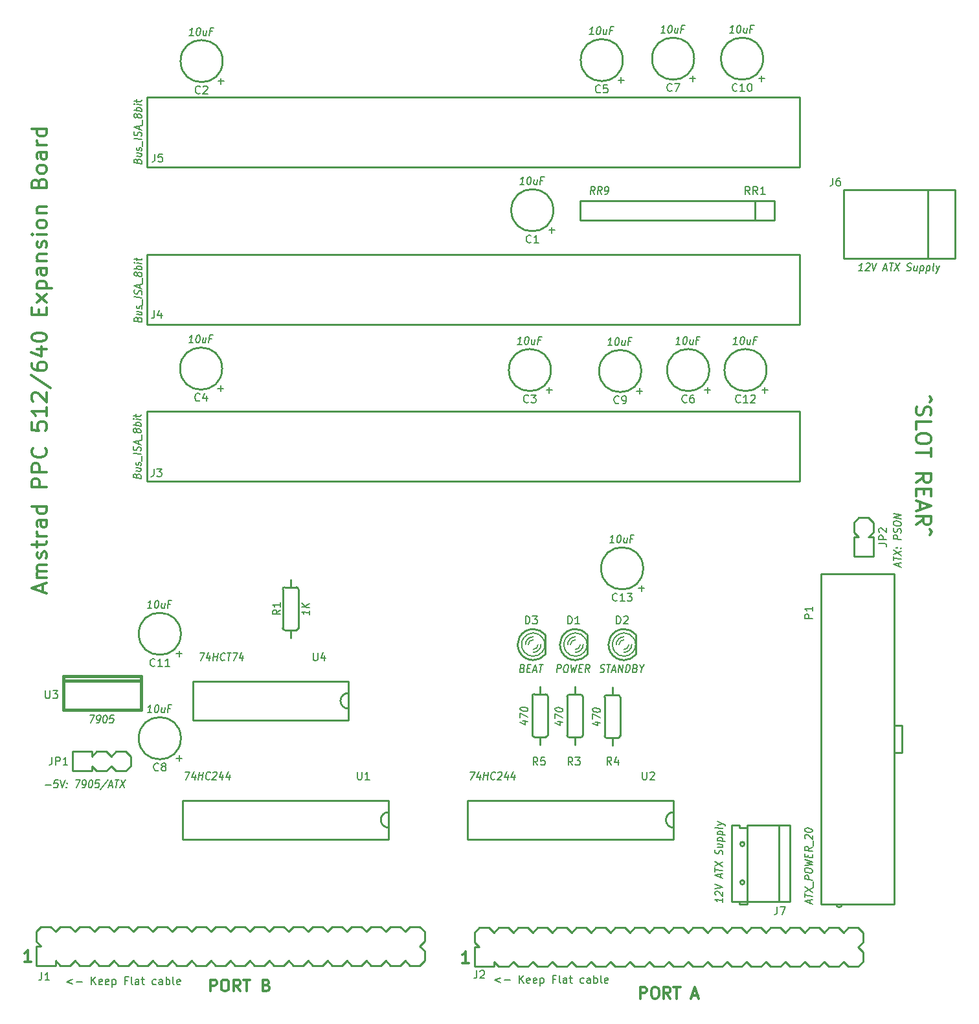
<source format=gbr>
%TF.GenerationSoftware,KiCad,Pcbnew,(5.1.6)-1*%
%TF.CreationDate,2020-09-24T22:30:07+01:00*%
%TF.ProjectId,PPCEXP,50504345-5850-42e6-9b69-6361645f7063,rev?*%
%TF.SameCoordinates,Original*%
%TF.FileFunction,Legend,Top*%
%TF.FilePolarity,Positive*%
%FSLAX46Y46*%
G04 Gerber Fmt 4.6, Leading zero omitted, Abs format (unit mm)*
G04 Created by KiCad (PCBNEW (5.1.6)-1) date 2020-09-24 22:30:07*
%MOMM*%
%LPD*%
G01*
G04 APERTURE LIST*
%ADD10C,0.150000*%
%ADD11C,0.300000*%
%ADD12C,0.254000*%
%ADD13C,0.381000*%
%ADD14C,0.152400*%
%ADD15C,0.203200*%
G04 APERTURE END LIST*
D10*
X176808690Y-154154214D02*
X176046785Y-154439928D01*
X176808690Y-154725642D01*
X177284880Y-154439928D02*
X178046785Y-154439928D01*
X179284880Y-154820880D02*
X179284880Y-153820880D01*
X179856309Y-154820880D02*
X179427738Y-154249452D01*
X179856309Y-153820880D02*
X179284880Y-154392309D01*
X180665833Y-154773261D02*
X180570595Y-154820880D01*
X180380119Y-154820880D01*
X180284880Y-154773261D01*
X180237261Y-154678023D01*
X180237261Y-154297071D01*
X180284880Y-154201833D01*
X180380119Y-154154214D01*
X180570595Y-154154214D01*
X180665833Y-154201833D01*
X180713452Y-154297071D01*
X180713452Y-154392309D01*
X180237261Y-154487547D01*
X181522976Y-154773261D02*
X181427738Y-154820880D01*
X181237261Y-154820880D01*
X181142023Y-154773261D01*
X181094404Y-154678023D01*
X181094404Y-154297071D01*
X181142023Y-154201833D01*
X181237261Y-154154214D01*
X181427738Y-154154214D01*
X181522976Y-154201833D01*
X181570595Y-154297071D01*
X181570595Y-154392309D01*
X181094404Y-154487547D01*
X181999166Y-154154214D02*
X181999166Y-155154214D01*
X181999166Y-154201833D02*
X182094404Y-154154214D01*
X182284880Y-154154214D01*
X182380119Y-154201833D01*
X182427738Y-154249452D01*
X182475357Y-154344690D01*
X182475357Y-154630404D01*
X182427738Y-154725642D01*
X182380119Y-154773261D01*
X182284880Y-154820880D01*
X182094404Y-154820880D01*
X181999166Y-154773261D01*
X183999166Y-154297071D02*
X183665833Y-154297071D01*
X183665833Y-154820880D02*
X183665833Y-153820880D01*
X184142023Y-153820880D01*
X184665833Y-154820880D02*
X184570595Y-154773261D01*
X184522976Y-154678023D01*
X184522976Y-153820880D01*
X185475357Y-154820880D02*
X185475357Y-154297071D01*
X185427738Y-154201833D01*
X185332500Y-154154214D01*
X185142023Y-154154214D01*
X185046785Y-154201833D01*
X185475357Y-154773261D02*
X185380119Y-154820880D01*
X185142023Y-154820880D01*
X185046785Y-154773261D01*
X184999166Y-154678023D01*
X184999166Y-154582785D01*
X185046785Y-154487547D01*
X185142023Y-154439928D01*
X185380119Y-154439928D01*
X185475357Y-154392309D01*
X185808690Y-154154214D02*
X186189642Y-154154214D01*
X185951547Y-153820880D02*
X185951547Y-154678023D01*
X185999166Y-154773261D01*
X186094404Y-154820880D01*
X186189642Y-154820880D01*
X187713452Y-154773261D02*
X187618214Y-154820880D01*
X187427738Y-154820880D01*
X187332500Y-154773261D01*
X187284880Y-154725642D01*
X187237261Y-154630404D01*
X187237261Y-154344690D01*
X187284880Y-154249452D01*
X187332500Y-154201833D01*
X187427738Y-154154214D01*
X187618214Y-154154214D01*
X187713452Y-154201833D01*
X188570595Y-154820880D02*
X188570595Y-154297071D01*
X188522976Y-154201833D01*
X188427738Y-154154214D01*
X188237261Y-154154214D01*
X188142023Y-154201833D01*
X188570595Y-154773261D02*
X188475357Y-154820880D01*
X188237261Y-154820880D01*
X188142023Y-154773261D01*
X188094404Y-154678023D01*
X188094404Y-154582785D01*
X188142023Y-154487547D01*
X188237261Y-154439928D01*
X188475357Y-154439928D01*
X188570595Y-154392309D01*
X189046785Y-154820880D02*
X189046785Y-153820880D01*
X189046785Y-154201833D02*
X189142023Y-154154214D01*
X189332500Y-154154214D01*
X189427738Y-154201833D01*
X189475357Y-154249452D01*
X189522976Y-154344690D01*
X189522976Y-154630404D01*
X189475357Y-154725642D01*
X189427738Y-154773261D01*
X189332500Y-154820880D01*
X189142023Y-154820880D01*
X189046785Y-154773261D01*
X190094404Y-154820880D02*
X189999166Y-154773261D01*
X189951547Y-154678023D01*
X189951547Y-153820880D01*
X190856309Y-154773261D02*
X190761071Y-154820880D01*
X190570595Y-154820880D01*
X190475357Y-154773261D01*
X190427738Y-154678023D01*
X190427738Y-154297071D01*
X190475357Y-154201833D01*
X190570595Y-154154214D01*
X190761071Y-154154214D01*
X190856309Y-154201833D01*
X190903928Y-154297071D01*
X190903928Y-154392309D01*
X190427738Y-154487547D01*
X120865190Y-154344714D02*
X120103285Y-154630428D01*
X120865190Y-154916142D01*
X121341380Y-154630428D02*
X122103285Y-154630428D01*
X123341380Y-155011380D02*
X123341380Y-154011380D01*
X123912809Y-155011380D02*
X123484238Y-154439952D01*
X123912809Y-154011380D02*
X123341380Y-154582809D01*
X124722333Y-154963761D02*
X124627095Y-155011380D01*
X124436619Y-155011380D01*
X124341380Y-154963761D01*
X124293761Y-154868523D01*
X124293761Y-154487571D01*
X124341380Y-154392333D01*
X124436619Y-154344714D01*
X124627095Y-154344714D01*
X124722333Y-154392333D01*
X124769952Y-154487571D01*
X124769952Y-154582809D01*
X124293761Y-154678047D01*
X125579476Y-154963761D02*
X125484238Y-155011380D01*
X125293761Y-155011380D01*
X125198523Y-154963761D01*
X125150904Y-154868523D01*
X125150904Y-154487571D01*
X125198523Y-154392333D01*
X125293761Y-154344714D01*
X125484238Y-154344714D01*
X125579476Y-154392333D01*
X125627095Y-154487571D01*
X125627095Y-154582809D01*
X125150904Y-154678047D01*
X126055666Y-154344714D02*
X126055666Y-155344714D01*
X126055666Y-154392333D02*
X126150904Y-154344714D01*
X126341380Y-154344714D01*
X126436619Y-154392333D01*
X126484238Y-154439952D01*
X126531857Y-154535190D01*
X126531857Y-154820904D01*
X126484238Y-154916142D01*
X126436619Y-154963761D01*
X126341380Y-155011380D01*
X126150904Y-155011380D01*
X126055666Y-154963761D01*
X128055666Y-154487571D02*
X127722333Y-154487571D01*
X127722333Y-155011380D02*
X127722333Y-154011380D01*
X128198523Y-154011380D01*
X128722333Y-155011380D02*
X128627095Y-154963761D01*
X128579476Y-154868523D01*
X128579476Y-154011380D01*
X129531857Y-155011380D02*
X129531857Y-154487571D01*
X129484238Y-154392333D01*
X129389000Y-154344714D01*
X129198523Y-154344714D01*
X129103285Y-154392333D01*
X129531857Y-154963761D02*
X129436619Y-155011380D01*
X129198523Y-155011380D01*
X129103285Y-154963761D01*
X129055666Y-154868523D01*
X129055666Y-154773285D01*
X129103285Y-154678047D01*
X129198523Y-154630428D01*
X129436619Y-154630428D01*
X129531857Y-154582809D01*
X129865190Y-154344714D02*
X130246142Y-154344714D01*
X130008047Y-154011380D02*
X130008047Y-154868523D01*
X130055666Y-154963761D01*
X130150904Y-155011380D01*
X130246142Y-155011380D01*
X131769952Y-154963761D02*
X131674714Y-155011380D01*
X131484238Y-155011380D01*
X131389000Y-154963761D01*
X131341380Y-154916142D01*
X131293761Y-154820904D01*
X131293761Y-154535190D01*
X131341380Y-154439952D01*
X131389000Y-154392333D01*
X131484238Y-154344714D01*
X131674714Y-154344714D01*
X131769952Y-154392333D01*
X132627095Y-155011380D02*
X132627095Y-154487571D01*
X132579476Y-154392333D01*
X132484238Y-154344714D01*
X132293761Y-154344714D01*
X132198523Y-154392333D01*
X132627095Y-154963761D02*
X132531857Y-155011380D01*
X132293761Y-155011380D01*
X132198523Y-154963761D01*
X132150904Y-154868523D01*
X132150904Y-154773285D01*
X132198523Y-154678047D01*
X132293761Y-154630428D01*
X132531857Y-154630428D01*
X132627095Y-154582809D01*
X133103285Y-155011380D02*
X133103285Y-154011380D01*
X133103285Y-154392333D02*
X133198523Y-154344714D01*
X133389000Y-154344714D01*
X133484238Y-154392333D01*
X133531857Y-154439952D01*
X133579476Y-154535190D01*
X133579476Y-154820904D01*
X133531857Y-154916142D01*
X133484238Y-154963761D01*
X133389000Y-155011380D01*
X133198523Y-155011380D01*
X133103285Y-154963761D01*
X134150904Y-155011380D02*
X134055666Y-154963761D01*
X134008047Y-154868523D01*
X134008047Y-154011380D01*
X134912809Y-154963761D02*
X134817571Y-155011380D01*
X134627095Y-155011380D01*
X134531857Y-154963761D01*
X134484238Y-154868523D01*
X134484238Y-154487571D01*
X134531857Y-154392333D01*
X134627095Y-154344714D01*
X134817571Y-154344714D01*
X134912809Y-154392333D01*
X134960428Y-154487571D01*
X134960428Y-154582809D01*
X134484238Y-154678047D01*
D11*
X116919333Y-103628214D02*
X116919333Y-102675833D01*
X117490761Y-103818690D02*
X115490761Y-103152023D01*
X117490761Y-102485357D01*
X117490761Y-101818690D02*
X116157428Y-101818690D01*
X116347904Y-101818690D02*
X116252666Y-101723452D01*
X116157428Y-101532976D01*
X116157428Y-101247261D01*
X116252666Y-101056785D01*
X116443142Y-100961547D01*
X117490761Y-100961547D01*
X116443142Y-100961547D02*
X116252666Y-100866309D01*
X116157428Y-100675833D01*
X116157428Y-100390119D01*
X116252666Y-100199642D01*
X116443142Y-100104404D01*
X117490761Y-100104404D01*
X117395523Y-99247261D02*
X117490761Y-99056785D01*
X117490761Y-98675833D01*
X117395523Y-98485357D01*
X117205047Y-98390119D01*
X117109809Y-98390119D01*
X116919333Y-98485357D01*
X116824095Y-98675833D01*
X116824095Y-98961547D01*
X116728857Y-99152023D01*
X116538380Y-99247261D01*
X116443142Y-99247261D01*
X116252666Y-99152023D01*
X116157428Y-98961547D01*
X116157428Y-98675833D01*
X116252666Y-98485357D01*
X116157428Y-97818690D02*
X116157428Y-97056785D01*
X115490761Y-97532976D02*
X117205047Y-97532976D01*
X117395523Y-97437738D01*
X117490761Y-97247261D01*
X117490761Y-97056785D01*
X117490761Y-96390119D02*
X116157428Y-96390119D01*
X116538380Y-96390119D02*
X116347904Y-96294880D01*
X116252666Y-96199642D01*
X116157428Y-96009166D01*
X116157428Y-95818690D01*
X117490761Y-94294880D02*
X116443142Y-94294880D01*
X116252666Y-94390119D01*
X116157428Y-94580595D01*
X116157428Y-94961547D01*
X116252666Y-95152023D01*
X117395523Y-94294880D02*
X117490761Y-94485357D01*
X117490761Y-94961547D01*
X117395523Y-95152023D01*
X117205047Y-95247261D01*
X117014571Y-95247261D01*
X116824095Y-95152023D01*
X116728857Y-94961547D01*
X116728857Y-94485357D01*
X116633619Y-94294880D01*
X117490761Y-92485357D02*
X115490761Y-92485357D01*
X117395523Y-92485357D02*
X117490761Y-92675833D01*
X117490761Y-93056785D01*
X117395523Y-93247261D01*
X117300285Y-93342500D01*
X117109809Y-93437738D01*
X116538380Y-93437738D01*
X116347904Y-93342500D01*
X116252666Y-93247261D01*
X116157428Y-93056785D01*
X116157428Y-92675833D01*
X116252666Y-92485357D01*
X117490761Y-90009166D02*
X115490761Y-90009166D01*
X115490761Y-89247261D01*
X115586000Y-89056785D01*
X115681238Y-88961547D01*
X115871714Y-88866309D01*
X116157428Y-88866309D01*
X116347904Y-88961547D01*
X116443142Y-89056785D01*
X116538380Y-89247261D01*
X116538380Y-90009166D01*
X117490761Y-88009166D02*
X115490761Y-88009166D01*
X115490761Y-87247261D01*
X115586000Y-87056785D01*
X115681238Y-86961547D01*
X115871714Y-86866309D01*
X116157428Y-86866309D01*
X116347904Y-86961547D01*
X116443142Y-87056785D01*
X116538380Y-87247261D01*
X116538380Y-88009166D01*
X117300285Y-84866309D02*
X117395523Y-84961547D01*
X117490761Y-85247261D01*
X117490761Y-85437738D01*
X117395523Y-85723452D01*
X117205047Y-85913928D01*
X117014571Y-86009166D01*
X116633619Y-86104404D01*
X116347904Y-86104404D01*
X115966952Y-86009166D01*
X115776476Y-85913928D01*
X115586000Y-85723452D01*
X115490761Y-85437738D01*
X115490761Y-85247261D01*
X115586000Y-84961547D01*
X115681238Y-84866309D01*
X115490761Y-81532976D02*
X115490761Y-82485357D01*
X116443142Y-82580595D01*
X116347904Y-82485357D01*
X116252666Y-82294880D01*
X116252666Y-81818690D01*
X116347904Y-81628214D01*
X116443142Y-81532976D01*
X116633619Y-81437738D01*
X117109809Y-81437738D01*
X117300285Y-81532976D01*
X117395523Y-81628214D01*
X117490761Y-81818690D01*
X117490761Y-82294880D01*
X117395523Y-82485357D01*
X117300285Y-82580595D01*
X117490761Y-79532976D02*
X117490761Y-80675833D01*
X117490761Y-80104404D02*
X115490761Y-80104404D01*
X115776476Y-80294880D01*
X115966952Y-80485357D01*
X116062190Y-80675833D01*
X115681238Y-78771071D02*
X115586000Y-78675833D01*
X115490761Y-78485357D01*
X115490761Y-78009166D01*
X115586000Y-77818690D01*
X115681238Y-77723452D01*
X115871714Y-77628214D01*
X116062190Y-77628214D01*
X116347904Y-77723452D01*
X117490761Y-78866309D01*
X117490761Y-77628214D01*
X115395523Y-75342500D02*
X117966952Y-77056785D01*
X115490761Y-73818690D02*
X115490761Y-74199642D01*
X115586000Y-74390119D01*
X115681238Y-74485357D01*
X115966952Y-74675833D01*
X116347904Y-74771071D01*
X117109809Y-74771071D01*
X117300285Y-74675833D01*
X117395523Y-74580595D01*
X117490761Y-74390119D01*
X117490761Y-74009166D01*
X117395523Y-73818690D01*
X117300285Y-73723452D01*
X117109809Y-73628214D01*
X116633619Y-73628214D01*
X116443142Y-73723452D01*
X116347904Y-73818690D01*
X116252666Y-74009166D01*
X116252666Y-74390119D01*
X116347904Y-74580595D01*
X116443142Y-74675833D01*
X116633619Y-74771071D01*
X116157428Y-71913928D02*
X117490761Y-71913928D01*
X115395523Y-72390119D02*
X116824095Y-72866309D01*
X116824095Y-71628214D01*
X115490761Y-70485357D02*
X115490761Y-70294880D01*
X115586000Y-70104404D01*
X115681238Y-70009166D01*
X115871714Y-69913928D01*
X116252666Y-69818690D01*
X116728857Y-69818690D01*
X117109809Y-69913928D01*
X117300285Y-70009166D01*
X117395523Y-70104404D01*
X117490761Y-70294880D01*
X117490761Y-70485357D01*
X117395523Y-70675833D01*
X117300285Y-70771071D01*
X117109809Y-70866309D01*
X116728857Y-70961547D01*
X116252666Y-70961547D01*
X115871714Y-70866309D01*
X115681238Y-70771071D01*
X115586000Y-70675833D01*
X115490761Y-70485357D01*
X116443142Y-67437738D02*
X116443142Y-66771071D01*
X117490761Y-66485357D02*
X117490761Y-67437738D01*
X115490761Y-67437738D01*
X115490761Y-66485357D01*
X117490761Y-65818690D02*
X116157428Y-64771071D01*
X116157428Y-65818690D02*
X117490761Y-64771071D01*
X116157428Y-64009166D02*
X118157428Y-64009166D01*
X116252666Y-64009166D02*
X116157428Y-63818690D01*
X116157428Y-63437738D01*
X116252666Y-63247261D01*
X116347904Y-63152023D01*
X116538380Y-63056785D01*
X117109809Y-63056785D01*
X117300285Y-63152023D01*
X117395523Y-63247261D01*
X117490761Y-63437738D01*
X117490761Y-63818690D01*
X117395523Y-64009166D01*
X117490761Y-61342500D02*
X116443142Y-61342500D01*
X116252666Y-61437738D01*
X116157428Y-61628214D01*
X116157428Y-62009166D01*
X116252666Y-62199642D01*
X117395523Y-61342500D02*
X117490761Y-61532976D01*
X117490761Y-62009166D01*
X117395523Y-62199642D01*
X117205047Y-62294880D01*
X117014571Y-62294880D01*
X116824095Y-62199642D01*
X116728857Y-62009166D01*
X116728857Y-61532976D01*
X116633619Y-61342500D01*
X116157428Y-60390119D02*
X117490761Y-60390119D01*
X116347904Y-60390119D02*
X116252666Y-60294880D01*
X116157428Y-60104404D01*
X116157428Y-59818690D01*
X116252666Y-59628214D01*
X116443142Y-59532976D01*
X117490761Y-59532976D01*
X117395523Y-58675833D02*
X117490761Y-58485357D01*
X117490761Y-58104404D01*
X117395523Y-57913928D01*
X117205047Y-57818690D01*
X117109809Y-57818690D01*
X116919333Y-57913928D01*
X116824095Y-58104404D01*
X116824095Y-58390119D01*
X116728857Y-58580595D01*
X116538380Y-58675833D01*
X116443142Y-58675833D01*
X116252666Y-58580595D01*
X116157428Y-58390119D01*
X116157428Y-58104404D01*
X116252666Y-57913928D01*
X117490761Y-56961547D02*
X116157428Y-56961547D01*
X115490761Y-56961547D02*
X115586000Y-57056785D01*
X115681238Y-56961547D01*
X115586000Y-56866309D01*
X115490761Y-56961547D01*
X115681238Y-56961547D01*
X117490761Y-55723452D02*
X117395523Y-55913928D01*
X117300285Y-56009166D01*
X117109809Y-56104404D01*
X116538380Y-56104404D01*
X116347904Y-56009166D01*
X116252666Y-55913928D01*
X116157428Y-55723452D01*
X116157428Y-55437738D01*
X116252666Y-55247261D01*
X116347904Y-55152023D01*
X116538380Y-55056785D01*
X117109809Y-55056785D01*
X117300285Y-55152023D01*
X117395523Y-55247261D01*
X117490761Y-55437738D01*
X117490761Y-55723452D01*
X116157428Y-54199642D02*
X117490761Y-54199642D01*
X116347904Y-54199642D02*
X116252666Y-54104404D01*
X116157428Y-53913928D01*
X116157428Y-53628214D01*
X116252666Y-53437738D01*
X116443142Y-53342500D01*
X117490761Y-53342500D01*
X116443142Y-50199642D02*
X116538380Y-49913928D01*
X116633619Y-49818690D01*
X116824095Y-49723452D01*
X117109809Y-49723452D01*
X117300285Y-49818690D01*
X117395523Y-49913928D01*
X117490761Y-50104404D01*
X117490761Y-50866309D01*
X115490761Y-50866309D01*
X115490761Y-50199642D01*
X115586000Y-50009166D01*
X115681238Y-49913928D01*
X115871714Y-49818690D01*
X116062190Y-49818690D01*
X116252666Y-49913928D01*
X116347904Y-50009166D01*
X116443142Y-50199642D01*
X116443142Y-50866309D01*
X117490761Y-48580595D02*
X117395523Y-48771071D01*
X117300285Y-48866309D01*
X117109809Y-48961547D01*
X116538380Y-48961547D01*
X116347904Y-48866309D01*
X116252666Y-48771071D01*
X116157428Y-48580595D01*
X116157428Y-48294880D01*
X116252666Y-48104404D01*
X116347904Y-48009166D01*
X116538380Y-47913928D01*
X117109809Y-47913928D01*
X117300285Y-48009166D01*
X117395523Y-48104404D01*
X117490761Y-48294880D01*
X117490761Y-48580595D01*
X117490761Y-46199642D02*
X116443142Y-46199642D01*
X116252666Y-46294880D01*
X116157428Y-46485357D01*
X116157428Y-46866309D01*
X116252666Y-47056785D01*
X117395523Y-46199642D02*
X117490761Y-46390119D01*
X117490761Y-46866309D01*
X117395523Y-47056785D01*
X117205047Y-47152023D01*
X117014571Y-47152023D01*
X116824095Y-47056785D01*
X116728857Y-46866309D01*
X116728857Y-46390119D01*
X116633619Y-46199642D01*
X117490761Y-45247261D02*
X116157428Y-45247261D01*
X116538380Y-45247261D02*
X116347904Y-45152023D01*
X116252666Y-45056785D01*
X116157428Y-44866309D01*
X116157428Y-44675833D01*
X117490761Y-43152023D02*
X115490761Y-43152023D01*
X117395523Y-43152023D02*
X117490761Y-43342500D01*
X117490761Y-43723452D01*
X117395523Y-43913928D01*
X117300285Y-44009166D01*
X117109809Y-44104404D01*
X116538380Y-44104404D01*
X116347904Y-44009166D01*
X116252666Y-43913928D01*
X116157428Y-43723452D01*
X116157428Y-43342500D01*
X116252666Y-43152023D01*
X172704071Y-152189571D02*
X171846928Y-152189571D01*
X172275500Y-152189571D02*
X172275500Y-150689571D01*
X172132642Y-150903857D01*
X171989785Y-151046714D01*
X171846928Y-151118142D01*
X115427071Y-151999071D02*
X114569928Y-151999071D01*
X114998500Y-151999071D02*
X114998500Y-150499071D01*
X114855642Y-150713357D01*
X114712785Y-150856214D01*
X114569928Y-150927642D01*
X195104214Y-156825071D02*
X195104214Y-155325071D01*
X195675642Y-155325071D01*
X195818500Y-155396500D01*
X195889928Y-155467928D01*
X195961357Y-155610785D01*
X195961357Y-155825071D01*
X195889928Y-155967928D01*
X195818500Y-156039357D01*
X195675642Y-156110785D01*
X195104214Y-156110785D01*
X196889928Y-155325071D02*
X197175642Y-155325071D01*
X197318500Y-155396500D01*
X197461357Y-155539357D01*
X197532785Y-155825071D01*
X197532785Y-156325071D01*
X197461357Y-156610785D01*
X197318500Y-156753642D01*
X197175642Y-156825071D01*
X196889928Y-156825071D01*
X196747071Y-156753642D01*
X196604214Y-156610785D01*
X196532785Y-156325071D01*
X196532785Y-155825071D01*
X196604214Y-155539357D01*
X196747071Y-155396500D01*
X196889928Y-155325071D01*
X199032785Y-156825071D02*
X198532785Y-156110785D01*
X198175642Y-156825071D02*
X198175642Y-155325071D01*
X198747071Y-155325071D01*
X198889928Y-155396500D01*
X198961357Y-155467928D01*
X199032785Y-155610785D01*
X199032785Y-155825071D01*
X198961357Y-155967928D01*
X198889928Y-156039357D01*
X198747071Y-156110785D01*
X198175642Y-156110785D01*
X199461357Y-155325071D02*
X200318500Y-155325071D01*
X199889928Y-156825071D02*
X199889928Y-155325071D01*
X201889928Y-156396500D02*
X202604214Y-156396500D01*
X201747071Y-156825071D02*
X202247071Y-155325071D01*
X202747071Y-156825071D01*
X138863071Y-155872571D02*
X138863071Y-154372571D01*
X139434500Y-154372571D01*
X139577357Y-154444000D01*
X139648785Y-154515428D01*
X139720214Y-154658285D01*
X139720214Y-154872571D01*
X139648785Y-155015428D01*
X139577357Y-155086857D01*
X139434500Y-155158285D01*
X138863071Y-155158285D01*
X140648785Y-154372571D02*
X140934500Y-154372571D01*
X141077357Y-154444000D01*
X141220214Y-154586857D01*
X141291642Y-154872571D01*
X141291642Y-155372571D01*
X141220214Y-155658285D01*
X141077357Y-155801142D01*
X140934500Y-155872571D01*
X140648785Y-155872571D01*
X140505928Y-155801142D01*
X140363071Y-155658285D01*
X140291642Y-155372571D01*
X140291642Y-154872571D01*
X140363071Y-154586857D01*
X140505928Y-154444000D01*
X140648785Y-154372571D01*
X142791642Y-155872571D02*
X142291642Y-155158285D01*
X141934500Y-155872571D02*
X141934500Y-154372571D01*
X142505928Y-154372571D01*
X142648785Y-154444000D01*
X142720214Y-154515428D01*
X142791642Y-154658285D01*
X142791642Y-154872571D01*
X142720214Y-155015428D01*
X142648785Y-155086857D01*
X142505928Y-155158285D01*
X141934500Y-155158285D01*
X143220214Y-154372571D02*
X144077357Y-154372571D01*
X143648785Y-155872571D02*
X143648785Y-154372571D01*
X146220214Y-155086857D02*
X146434500Y-155158285D01*
X146505928Y-155229714D01*
X146577357Y-155372571D01*
X146577357Y-155586857D01*
X146505928Y-155729714D01*
X146434500Y-155801142D01*
X146291642Y-155872571D01*
X145720214Y-155872571D01*
X145720214Y-154372571D01*
X146220214Y-154372571D01*
X146363071Y-154444000D01*
X146434500Y-154515428D01*
X146505928Y-154658285D01*
X146505928Y-154801142D01*
X146434500Y-154944000D01*
X146363071Y-155015428D01*
X146220214Y-155086857D01*
X145720214Y-155086857D01*
X232959161Y-78125180D02*
X233244876Y-78506133D01*
X232959161Y-78887085D01*
X231244876Y-79458514D02*
X231149638Y-79744228D01*
X231149638Y-80220419D01*
X231244876Y-80410895D01*
X231340114Y-80506133D01*
X231530590Y-80601371D01*
X231721066Y-80601371D01*
X231911542Y-80506133D01*
X232006780Y-80410895D01*
X232102019Y-80220419D01*
X232197257Y-79839466D01*
X232292495Y-79648990D01*
X232387733Y-79553752D01*
X232578209Y-79458514D01*
X232768685Y-79458514D01*
X232959161Y-79553752D01*
X233054400Y-79648990D01*
X233149638Y-79839466D01*
X233149638Y-80315657D01*
X233054400Y-80601371D01*
X231149638Y-82410895D02*
X231149638Y-81458514D01*
X233149638Y-81458514D01*
X233149638Y-83458514D02*
X233149638Y-83839466D01*
X233054400Y-84029942D01*
X232863923Y-84220419D01*
X232482971Y-84315657D01*
X231816304Y-84315657D01*
X231435352Y-84220419D01*
X231244876Y-84029942D01*
X231149638Y-83839466D01*
X231149638Y-83458514D01*
X231244876Y-83268038D01*
X231435352Y-83077561D01*
X231816304Y-82982323D01*
X232482971Y-82982323D01*
X232863923Y-83077561D01*
X233054400Y-83268038D01*
X233149638Y-83458514D01*
X233149638Y-84887085D02*
X233149638Y-86029942D01*
X231149638Y-85458514D02*
X233149638Y-85458514D01*
X231149638Y-89363276D02*
X232102019Y-88696609D01*
X231149638Y-88220419D02*
X233149638Y-88220419D01*
X233149638Y-88982323D01*
X233054400Y-89172800D01*
X232959161Y-89268038D01*
X232768685Y-89363276D01*
X232482971Y-89363276D01*
X232292495Y-89268038D01*
X232197257Y-89172800D01*
X232102019Y-88982323D01*
X232102019Y-88220419D01*
X232197257Y-90220419D02*
X232197257Y-90887085D01*
X231149638Y-91172800D02*
X231149638Y-90220419D01*
X233149638Y-90220419D01*
X233149638Y-91172800D01*
X231721066Y-91934704D02*
X231721066Y-92887085D01*
X231149638Y-91744228D02*
X233149638Y-92410895D01*
X231149638Y-93077561D01*
X231149638Y-94887085D02*
X232102019Y-94220419D01*
X231149638Y-93744228D02*
X233149638Y-93744228D01*
X233149638Y-94506133D01*
X233054400Y-94696609D01*
X232959161Y-94791847D01*
X232768685Y-94887085D01*
X232482971Y-94887085D01*
X232292495Y-94791847D01*
X232197257Y-94696609D01*
X232102019Y-94506133D01*
X232102019Y-93744228D01*
X232959161Y-95458514D02*
X233244876Y-95839466D01*
X232959161Y-96220419D01*
D12*
%TO.C,C13*%
X195472820Y-100604000D02*
G75*
G03*
X195472820Y-100604000I-2750820J0D01*
G01*
%TO.C,C12*%
X211602820Y-74676000D02*
G75*
G03*
X211602820Y-74676000I-2750820J0D01*
G01*
%TO.C,C11*%
X135020820Y-109156000D02*
G75*
G03*
X135020820Y-109156000I-2750820J0D01*
G01*
%TO.C,C10*%
X211157820Y-33972500D02*
G75*
G03*
X211157820Y-33972500I-2750820J0D01*
G01*
%TO.C,C9*%
X195218820Y-74803000D02*
G75*
G03*
X195218820Y-74803000I-2750820J0D01*
G01*
%TO.C,C8*%
X135020820Y-122809000D02*
G75*
G03*
X135020820Y-122809000I-2750820J0D01*
G01*
%TO.C,C7*%
X202140820Y-33972500D02*
G75*
G03*
X202140820Y-33972500I-2750820J0D01*
G01*
%TO.C,C6*%
X204108820Y-74676000D02*
G75*
G03*
X204108820Y-74676000I-2750820J0D01*
G01*
%TO.C,C5*%
X192806820Y-34163000D02*
G75*
G03*
X192806820Y-34163000I-2750820J0D01*
G01*
%TO.C,C4*%
X140418820Y-74485500D02*
G75*
G03*
X140418820Y-74485500I-2750820J0D01*
G01*
%TO.C,C3*%
X183408820Y-74676000D02*
G75*
G03*
X183408820Y-74676000I-2750820J0D01*
G01*
%TO.C,C2*%
X140482820Y-34290000D02*
G75*
G03*
X140482820Y-34290000I-2750820J0D01*
G01*
%TO.C,C1*%
X183725820Y-53784500D02*
G75*
G03*
X183725820Y-53784500I-2750820J0D01*
G01*
%TO.C,J7*%
X207048500Y-144142260D02*
X207048500Y-134139740D01*
X214648180Y-144142260D02*
X214648180Y-134139740D01*
X207048500Y-144142260D02*
X214648180Y-144142260D01*
X209050020Y-144541040D02*
X209050020Y-144142260D01*
X208049260Y-144541040D02*
X209050020Y-144541040D01*
X208049260Y-144142260D02*
X208049260Y-144541040D01*
X209050020Y-134541060D02*
X208049260Y-134541060D01*
X209050020Y-134139740D02*
X209050020Y-134541060D01*
X207048500Y-134139740D02*
X208049260Y-134139740D01*
X209050020Y-134139740D02*
X214648180Y-134139740D01*
X208049260Y-134541060D02*
X208049260Y-134139740D01*
X209050020Y-134541060D02*
X209050020Y-144142260D01*
X213248640Y-144142260D02*
X213248640Y-134139740D01*
X208728224Y-141640360D02*
G75*
G03*
X208728224Y-141640360I-280184J0D01*
G01*
X208730026Y-136641640D02*
G75*
G03*
X208730026Y-136641640I-281986J0D01*
G01*
%TO.C,J6*%
X236222740Y-51074320D02*
X236222740Y-60076080D01*
X221724420Y-51074320D02*
X236222740Y-51074320D01*
X221724420Y-60076080D02*
X221724420Y-51074320D01*
X236222740Y-60076080D02*
X221724420Y-60076080D01*
X232725160Y-60076080D02*
X232725160Y-51074320D01*
%TO.C,U4*%
X136588000Y-115380000D02*
X136588000Y-120460000D01*
X156908000Y-115380000D02*
X136588000Y-115380000D01*
X156908000Y-120460000D02*
X156908000Y-115380000D01*
X136588000Y-120460000D02*
X156908000Y-120460000D01*
X155892000Y-117920000D02*
G75*
G03*
X156908000Y-118936000I1016000J0D01*
G01*
X156908000Y-116904000D02*
G75*
G03*
X155892000Y-117920000I0J-1016000D01*
G01*
D13*
%TO.C,U3*%
X129858000Y-119126000D02*
X119698000Y-119126000D01*
X129858000Y-115316000D02*
X129858000Y-119126000D01*
X119698000Y-115316000D02*
X129858000Y-115316000D01*
X119698000Y-119126000D02*
X119698000Y-115316000D01*
X129858000Y-114681000D02*
X129858000Y-115316000D01*
X119698000Y-114681000D02*
X129858000Y-114681000D01*
X119698000Y-115316000D02*
X119698000Y-114681000D01*
D12*
%TO.C,R5*%
X181978000Y-116027000D02*
X181978000Y-117043000D01*
X181978000Y-122631000D02*
X181978000Y-123647000D01*
X181216000Y-117043000D02*
X182740000Y-117043000D01*
X182994000Y-117297000D02*
X182994000Y-122377000D01*
X182740000Y-122631000D02*
X181216000Y-122631000D01*
X180962000Y-122377000D02*
X180962000Y-117297000D01*
X182994000Y-117297000D02*
G75*
G03*
X182740000Y-117043000I-254000J0D01*
G01*
X181216000Y-117043000D02*
G75*
G03*
X180962000Y-117297000I0J-254000D01*
G01*
X182740000Y-122631000D02*
G75*
G03*
X182994000Y-122377000I0J254000D01*
G01*
X180962000Y-122377000D02*
G75*
G03*
X181216000Y-122631000I254000J0D01*
G01*
%TO.C,R4*%
X191440000Y-116154000D02*
X191440000Y-117170000D01*
X191440000Y-122758000D02*
X191440000Y-123774000D01*
X190678000Y-117170000D02*
X192202000Y-117170000D01*
X192456000Y-117424000D02*
X192456000Y-122504000D01*
X192202000Y-122758000D02*
X190678000Y-122758000D01*
X190424000Y-122504000D02*
X190424000Y-117424000D01*
X192456000Y-117424000D02*
G75*
G03*
X192202000Y-117170000I-254000J0D01*
G01*
X190678000Y-117170000D02*
G75*
G03*
X190424000Y-117424000I0J-254000D01*
G01*
X192202000Y-122758000D02*
G75*
G03*
X192456000Y-122504000I0J254000D01*
G01*
X190424000Y-122504000D02*
G75*
G03*
X190678000Y-122758000I254000J0D01*
G01*
%TO.C,R3*%
X186550000Y-116091000D02*
X186550000Y-117107000D01*
X186550000Y-122695000D02*
X186550000Y-123711000D01*
X185788000Y-117107000D02*
X187312000Y-117107000D01*
X187566000Y-117361000D02*
X187566000Y-122441000D01*
X187312000Y-122695000D02*
X185788000Y-122695000D01*
X185534000Y-122441000D02*
X185534000Y-117361000D01*
X187566000Y-117361000D02*
G75*
G03*
X187312000Y-117107000I-254000J0D01*
G01*
X185788000Y-117107000D02*
G75*
G03*
X185534000Y-117361000I0J-254000D01*
G01*
X187312000Y-122695000D02*
G75*
G03*
X187566000Y-122441000I0J254000D01*
G01*
X185534000Y-122441000D02*
G75*
G03*
X185788000Y-122695000I254000J0D01*
G01*
%TO.C,R1*%
X149352000Y-109664000D02*
X149352000Y-108648000D01*
X149352000Y-103060000D02*
X149352000Y-102044000D01*
X150114000Y-108648000D02*
X148590000Y-108648000D01*
X148336000Y-108394000D02*
X148336000Y-103314000D01*
X148590000Y-103060000D02*
X150114000Y-103060000D01*
X150368000Y-103314000D02*
X150368000Y-108394000D01*
X148336000Y-108394000D02*
G75*
G03*
X148590000Y-108648000I254000J0D01*
G01*
X150114000Y-108648000D02*
G75*
G03*
X150368000Y-108394000I0J254000D01*
G01*
X148590000Y-103060000D02*
G75*
G03*
X148336000Y-103314000I0J-254000D01*
G01*
X150368000Y-103314000D02*
G75*
G03*
X150114000Y-103060000I-254000J0D01*
G01*
%TO.C,JP2*%
X225577000Y-96494600D02*
X225577000Y-99034600D01*
X225577000Y-95859600D02*
X224942000Y-96494600D01*
X225577000Y-94589600D02*
X225577000Y-95859600D01*
X224942000Y-93954600D02*
X225577000Y-94589600D01*
X223672000Y-93954600D02*
X224942000Y-93954600D01*
X223037000Y-94589600D02*
X223672000Y-93954600D01*
X223037000Y-95859600D02*
X223037000Y-94589600D01*
X223672000Y-96494600D02*
X223037000Y-95859600D01*
X223037000Y-99034600D02*
X223037000Y-96494600D01*
X225577000Y-99034600D02*
X223037000Y-99034600D01*
X225577000Y-96494600D02*
X224942000Y-96494600D01*
X223672000Y-96494600D02*
X223037000Y-96494600D01*
%TO.C,JP1*%
X123380000Y-127064000D02*
X120840000Y-127064000D01*
X124015000Y-127064000D02*
X123380000Y-126429000D01*
X125285000Y-127064000D02*
X124015000Y-127064000D01*
X125920000Y-126429000D02*
X125285000Y-127064000D01*
X126555000Y-127064000D02*
X125920000Y-126429000D01*
X127825000Y-127064000D02*
X126555000Y-127064000D01*
X128460000Y-126429000D02*
X127825000Y-127064000D01*
X128460000Y-125159000D02*
X128460000Y-126429000D01*
X127825000Y-124524000D02*
X128460000Y-125159000D01*
X126555000Y-124524000D02*
X127825000Y-124524000D01*
X125920000Y-125159000D02*
X126555000Y-124524000D01*
X125285000Y-124524000D02*
X125920000Y-125159000D01*
X124015000Y-124524000D02*
X125285000Y-124524000D01*
X123380000Y-125159000D02*
X124015000Y-124524000D01*
X120840000Y-124524000D02*
X123380000Y-124524000D01*
X120840000Y-127064000D02*
X120840000Y-124524000D01*
X123380000Y-127064000D02*
X123380000Y-126429000D01*
X123380000Y-125159000D02*
X123380000Y-124524000D01*
%TO.C,D3*%
X182663800Y-111836000D02*
X182663800Y-109296000D01*
X179058077Y-110566100D02*
G75*
G03*
X179359260Y-111630260I2030923J100D01*
G01*
X179299870Y-109602653D02*
G75*
G03*
X179057000Y-110566000I1789130J-963347D01*
G01*
X179325701Y-111575851D02*
G75*
G03*
X181089000Y-112598000I1763299J1009851D01*
G01*
X181091552Y-112595386D02*
G75*
G03*
X182638400Y-111876640I-2552J2029386D01*
G01*
X181088025Y-108536540D02*
G75*
G03*
X179298300Y-109610960I975J-2029460D01*
G01*
X182647880Y-109262574D02*
G75*
G03*
X181089000Y-108534000I-1558880J-1303426D01*
G01*
D14*
X181089000Y-111582000D02*
G75*
G03*
X182105000Y-110566000I0J1016000D01*
G01*
X181089000Y-111201000D02*
G75*
G03*
X181724000Y-110566000I0J635000D01*
G01*
X181089000Y-109550000D02*
G75*
G03*
X180073000Y-110566000I0J-1016000D01*
G01*
X181089000Y-109931000D02*
G75*
G03*
X180454000Y-110566000I0J-635000D01*
G01*
X179886436Y-111502171D02*
G75*
G03*
X181089000Y-112090000I1202564J936171D01*
G01*
X181089442Y-112088206D02*
G75*
G03*
X182290420Y-111500720I-442J1522206D01*
G01*
X181088199Y-109042000D02*
G75*
G03*
X179869800Y-109651600I801J-1524000D01*
G01*
X182328166Y-109678845D02*
G75*
G03*
X181089000Y-109042000I-1239166J-887155D01*
G01*
X182259864Y-111541527D02*
G75*
G03*
X182613000Y-110566000I-1170864J975527D01*
G01*
X182611147Y-110565966D02*
G75*
G03*
X182244700Y-109575400I-1522147J-34D01*
G01*
X179566889Y-110566469D02*
G75*
G03*
X179951080Y-111576920I1522111J469D01*
G01*
X179918136Y-109590473D02*
G75*
G03*
X179565000Y-110566000I1170864J-975527D01*
G01*
D12*
%TO.C,D2*%
X194538800Y-111836000D02*
X194538800Y-109296000D01*
X190933077Y-110566100D02*
G75*
G03*
X191234260Y-111630260I2030923J100D01*
G01*
X191174870Y-109602653D02*
G75*
G03*
X190932000Y-110566000I1789130J-963347D01*
G01*
X191200701Y-111575851D02*
G75*
G03*
X192964000Y-112598000I1763299J1009851D01*
G01*
X192966552Y-112595386D02*
G75*
G03*
X194513400Y-111876640I-2552J2029386D01*
G01*
X192963025Y-108536540D02*
G75*
G03*
X191173300Y-109610960I975J-2029460D01*
G01*
X194522880Y-109262574D02*
G75*
G03*
X192964000Y-108534000I-1558880J-1303426D01*
G01*
D14*
X192964000Y-111582000D02*
G75*
G03*
X193980000Y-110566000I0J1016000D01*
G01*
X192964000Y-111201000D02*
G75*
G03*
X193599000Y-110566000I0J635000D01*
G01*
X192964000Y-109550000D02*
G75*
G03*
X191948000Y-110566000I0J-1016000D01*
G01*
X192964000Y-109931000D02*
G75*
G03*
X192329000Y-110566000I0J-635000D01*
G01*
X191761436Y-111502171D02*
G75*
G03*
X192964000Y-112090000I1202564J936171D01*
G01*
X192964442Y-112088206D02*
G75*
G03*
X194165420Y-111500720I-442J1522206D01*
G01*
X192963199Y-109042000D02*
G75*
G03*
X191744800Y-109651600I801J-1524000D01*
G01*
X194203166Y-109678845D02*
G75*
G03*
X192964000Y-109042000I-1239166J-887155D01*
G01*
X194134864Y-111541527D02*
G75*
G03*
X194488000Y-110566000I-1170864J975527D01*
G01*
X194486147Y-110565966D02*
G75*
G03*
X194119700Y-109575400I-1522147J-34D01*
G01*
X191441889Y-110566469D02*
G75*
G03*
X191826080Y-111576920I1522111J469D01*
G01*
X191793136Y-109590473D02*
G75*
G03*
X191440000Y-110566000I1170864J-975527D01*
G01*
D12*
%TO.C,D1*%
X188188800Y-111836000D02*
X188188800Y-109296000D01*
X184583077Y-110566100D02*
G75*
G03*
X184884260Y-111630260I2030923J100D01*
G01*
X184824870Y-109602653D02*
G75*
G03*
X184582000Y-110566000I1789130J-963347D01*
G01*
X184850701Y-111575851D02*
G75*
G03*
X186614000Y-112598000I1763299J1009851D01*
G01*
X186616552Y-112595386D02*
G75*
G03*
X188163400Y-111876640I-2552J2029386D01*
G01*
X186613025Y-108536540D02*
G75*
G03*
X184823300Y-109610960I975J-2029460D01*
G01*
X188172880Y-109262574D02*
G75*
G03*
X186614000Y-108534000I-1558880J-1303426D01*
G01*
D14*
X186614000Y-111582000D02*
G75*
G03*
X187630000Y-110566000I0J1016000D01*
G01*
X186614000Y-111201000D02*
G75*
G03*
X187249000Y-110566000I0J635000D01*
G01*
X186614000Y-109550000D02*
G75*
G03*
X185598000Y-110566000I0J-1016000D01*
G01*
X186614000Y-109931000D02*
G75*
G03*
X185979000Y-110566000I0J-635000D01*
G01*
X185411436Y-111502171D02*
G75*
G03*
X186614000Y-112090000I1202564J936171D01*
G01*
X186614442Y-112088206D02*
G75*
G03*
X187815420Y-111500720I-442J1522206D01*
G01*
X186613199Y-109042000D02*
G75*
G03*
X185394800Y-109651600I801J-1524000D01*
G01*
X187853166Y-109678845D02*
G75*
G03*
X186614000Y-109042000I-1239166J-887155D01*
G01*
X187784864Y-111541527D02*
G75*
G03*
X188138000Y-110566000I-1170864J975527D01*
G01*
X188136147Y-110565966D02*
G75*
G03*
X187769700Y-109575400I-1522147J-34D01*
G01*
X185091889Y-110566469D02*
G75*
G03*
X185476080Y-111576920I1522111J469D01*
G01*
X185443136Y-109590473D02*
G75*
G03*
X185090000Y-110566000I1170864J-975527D01*
G01*
D12*
%TO.C,RR1*%
X212662000Y-52514500D02*
X212662000Y-55054500D01*
X212662000Y-55054500D02*
X187262000Y-55054500D01*
X187262000Y-55054500D02*
X187262000Y-52514500D01*
X187262000Y-52514500D02*
X212662000Y-52514500D01*
X210122000Y-52514500D02*
X210122000Y-55054500D01*
%TO.C,P1*%
X228295600Y-124711860D02*
X229293820Y-124711860D01*
X229293820Y-124711860D02*
X229293820Y-121110140D01*
X229293820Y-121110140D02*
X228295600Y-121110140D01*
X218694400Y-101310840D02*
X218694400Y-144511160D01*
X228295600Y-144511160D02*
X228295600Y-101310840D01*
X228295600Y-144511160D02*
X218694400Y-144511160D01*
X228295600Y-101310840D02*
X218694400Y-101310840D01*
X220695920Y-144511160D02*
G75*
G03*
X221094700Y-144909940I398780J0D01*
G01*
X221094700Y-144912480D02*
G75*
G03*
X221496020Y-144511160I0J401320D01*
G01*
%TO.C,J5*%
X215964000Y-48133000D02*
X130620000Y-48133000D01*
X130620000Y-48133000D02*
X130620000Y-38989000D01*
X130620000Y-38989000D02*
X215964000Y-38989000D01*
X215964000Y-38989000D02*
X215964000Y-48133000D01*
%TO.C,J4*%
X215964000Y-68707000D02*
X130620000Y-68707000D01*
X130620000Y-68707000D02*
X130620000Y-59563000D01*
X130620000Y-59563000D02*
X215964000Y-59563000D01*
X215964000Y-59563000D02*
X215964000Y-68707000D01*
%TO.C,U2*%
X199454000Y-130937000D02*
X199454000Y-136017000D01*
X172530000Y-130937000D02*
X199454000Y-130937000D01*
X172530000Y-136017000D02*
X172530000Y-130937000D01*
X199454000Y-136017000D02*
X172530000Y-136017000D01*
X198438000Y-133477000D02*
G75*
G03*
X199454000Y-134493000I1016000J0D01*
G01*
X199454000Y-132461000D02*
G75*
G03*
X198438000Y-133477000I0J-1016000D01*
G01*
%TO.C,U1*%
X162179000Y-130937000D02*
X162179000Y-136017000D01*
X135255000Y-130937000D02*
X162179000Y-130937000D01*
X135255000Y-136017000D02*
X135255000Y-130937000D01*
X162179000Y-136017000D02*
X135255000Y-136017000D01*
X161163000Y-133477000D02*
G75*
G03*
X162179000Y-134493000I1016000J0D01*
G01*
X162179000Y-132461000D02*
G75*
G03*
X161163000Y-133477000I0J-1016000D01*
G01*
%TO.C,J3*%
X215900000Y-80073500D02*
X215900000Y-89217500D01*
X130556000Y-80073500D02*
X215900000Y-80073500D01*
X130556000Y-89217500D02*
X130556000Y-80073500D01*
X215900000Y-89217500D02*
X130556000Y-89217500D01*
%TO.C,J2*%
X173406000Y-152629000D02*
X173406000Y-150089000D01*
X175946000Y-152629000D02*
X173406000Y-152629000D01*
X222301000Y-147549000D02*
X223571000Y-147549000D01*
X214046000Y-148184000D02*
X214681000Y-147549000D01*
X213411000Y-147549000D02*
X214046000Y-148184000D01*
X212141000Y-147549000D02*
X213411000Y-147549000D01*
X211506000Y-148184000D02*
X212141000Y-147549000D01*
X210871000Y-147549000D02*
X211506000Y-148184000D01*
X209601000Y-147549000D02*
X210871000Y-147549000D01*
X208966000Y-148184000D02*
X209601000Y-147549000D01*
X208331000Y-147549000D02*
X208966000Y-148184000D01*
X207061000Y-147549000D02*
X208331000Y-147549000D01*
X206426000Y-148184000D02*
X207061000Y-147549000D01*
X205791000Y-147549000D02*
X206426000Y-148184000D01*
X204521000Y-147549000D02*
X205791000Y-147549000D01*
X203886000Y-148184000D02*
X204521000Y-147549000D01*
X203251000Y-147549000D02*
X203886000Y-148184000D01*
X201981000Y-147549000D02*
X203251000Y-147549000D01*
X201346000Y-148184000D02*
X201981000Y-147549000D01*
X200711000Y-147549000D02*
X201346000Y-148184000D01*
X199441000Y-147549000D02*
X200711000Y-147549000D01*
X198806000Y-148184000D02*
X199441000Y-147549000D01*
X198171000Y-147549000D02*
X198806000Y-148184000D01*
X196901000Y-147549000D02*
X198171000Y-147549000D01*
X196266000Y-148184000D02*
X196901000Y-147549000D01*
X195631000Y-147549000D02*
X196266000Y-148184000D01*
X194361000Y-147549000D02*
X195631000Y-147549000D01*
X193726000Y-148184000D02*
X194361000Y-147549000D01*
X193091000Y-147549000D02*
X193726000Y-148184000D01*
X191821000Y-147549000D02*
X193091000Y-147549000D01*
X191186000Y-148184000D02*
X191821000Y-147549000D01*
X190551000Y-147549000D02*
X191186000Y-148184000D01*
X189281000Y-147549000D02*
X190551000Y-147549000D01*
X188646000Y-148184000D02*
X189281000Y-147549000D01*
X188011000Y-147549000D02*
X188646000Y-148184000D01*
X186741000Y-147549000D02*
X188011000Y-147549000D01*
X186106000Y-148184000D02*
X186741000Y-147549000D01*
X185471000Y-147549000D02*
X186106000Y-148184000D01*
X184201000Y-147549000D02*
X185471000Y-147549000D01*
X183566000Y-148184000D02*
X184201000Y-147549000D01*
X182931000Y-147549000D02*
X183566000Y-148184000D01*
X181661000Y-147549000D02*
X182931000Y-147549000D01*
X181026000Y-148184000D02*
X181661000Y-147549000D01*
X180391000Y-147549000D02*
X181026000Y-148184000D01*
X179121000Y-147549000D02*
X180391000Y-147549000D01*
X178486000Y-148184000D02*
X179121000Y-147549000D01*
X177851000Y-147549000D02*
X178486000Y-148184000D01*
X176581000Y-147549000D02*
X177851000Y-147549000D01*
X175946000Y-148184000D02*
X176581000Y-147549000D01*
X175311000Y-147549000D02*
X175946000Y-148184000D01*
X174041000Y-147549000D02*
X175311000Y-147549000D01*
X173406000Y-148184000D02*
X174041000Y-147549000D01*
X173406000Y-149454000D02*
X173406000Y-148184000D01*
X174041000Y-150089000D02*
X173406000Y-149454000D01*
X223571000Y-152629000D02*
X222301000Y-152629000D01*
X224206000Y-151994000D02*
X223571000Y-152629000D01*
X224206000Y-150724000D02*
X224206000Y-151994000D01*
X223571000Y-150089000D02*
X224206000Y-150724000D01*
X224206000Y-149454000D02*
X223571000Y-150089000D01*
X224206000Y-148184000D02*
X224206000Y-149454000D01*
X223571000Y-147549000D02*
X224206000Y-148184000D01*
X184201000Y-152629000D02*
X183566000Y-151994000D01*
X185471000Y-152629000D02*
X184201000Y-152629000D01*
X186106000Y-151994000D02*
X185471000Y-152629000D01*
X186741000Y-152629000D02*
X186106000Y-151994000D01*
X188011000Y-152629000D02*
X186741000Y-152629000D01*
X188646000Y-151994000D02*
X188011000Y-152629000D01*
X189281000Y-152629000D02*
X188646000Y-151994000D01*
X190551000Y-152629000D02*
X189281000Y-152629000D01*
X191186000Y-151994000D02*
X190551000Y-152629000D01*
X191821000Y-152629000D02*
X191186000Y-151994000D01*
X193091000Y-152629000D02*
X191821000Y-152629000D01*
X193726000Y-151994000D02*
X193091000Y-152629000D01*
X194361000Y-152629000D02*
X193726000Y-151994000D01*
X195631000Y-152629000D02*
X194361000Y-152629000D01*
X196266000Y-151994000D02*
X195631000Y-152629000D01*
X196901000Y-152629000D02*
X196266000Y-151994000D01*
X198171000Y-152629000D02*
X196901000Y-152629000D01*
X198806000Y-151994000D02*
X198171000Y-152629000D01*
X199441000Y-152629000D02*
X198806000Y-151994000D01*
X200711000Y-152629000D02*
X199441000Y-152629000D01*
X201346000Y-151994000D02*
X200711000Y-152629000D01*
X201981000Y-152629000D02*
X201346000Y-151994000D01*
X203251000Y-152629000D02*
X201981000Y-152629000D01*
X203886000Y-151994000D02*
X203251000Y-152629000D01*
X204521000Y-152629000D02*
X203886000Y-151994000D01*
X205791000Y-152629000D02*
X204521000Y-152629000D01*
X206426000Y-151994000D02*
X205791000Y-152629000D01*
X207061000Y-152629000D02*
X206426000Y-151994000D01*
X208331000Y-152629000D02*
X207061000Y-152629000D01*
X208966000Y-151994000D02*
X208331000Y-152629000D01*
X209601000Y-152629000D02*
X208966000Y-151994000D01*
X210871000Y-152629000D02*
X209601000Y-152629000D01*
X211506000Y-151994000D02*
X210871000Y-152629000D01*
X212141000Y-152629000D02*
X211506000Y-151994000D01*
X213411000Y-152629000D02*
X212141000Y-152629000D01*
X214046000Y-151994000D02*
X213411000Y-152629000D01*
X214681000Y-152629000D02*
X214046000Y-151994000D01*
X176581000Y-152629000D02*
X175946000Y-151994000D01*
X177851000Y-152629000D02*
X176581000Y-152629000D01*
X178486000Y-151994000D02*
X177851000Y-152629000D01*
X179121000Y-152629000D02*
X178486000Y-151994000D01*
X180391000Y-152629000D02*
X179121000Y-152629000D01*
X181026000Y-151994000D02*
X180391000Y-152629000D01*
X181661000Y-152629000D02*
X181026000Y-151994000D01*
X182931000Y-152629000D02*
X181661000Y-152629000D01*
X183566000Y-151994000D02*
X182931000Y-152629000D01*
X221666000Y-148184000D02*
X222301000Y-147549000D01*
X221031000Y-147549000D02*
X221666000Y-148184000D01*
X219761000Y-147549000D02*
X221031000Y-147549000D01*
X219126000Y-148184000D02*
X219761000Y-147549000D01*
X218491000Y-147549000D02*
X219126000Y-148184000D01*
X217221000Y-147549000D02*
X218491000Y-147549000D01*
X216586000Y-148184000D02*
X217221000Y-147549000D01*
X215951000Y-147549000D02*
X216586000Y-148184000D01*
X214681000Y-147549000D02*
X215951000Y-147549000D01*
X221666000Y-151994000D02*
X222301000Y-152629000D01*
X221031000Y-152629000D02*
X221666000Y-151994000D01*
X219761000Y-152629000D02*
X221031000Y-152629000D01*
X219126000Y-151994000D02*
X219761000Y-152629000D01*
X218491000Y-152629000D02*
X219126000Y-151994000D01*
X217221000Y-152629000D02*
X218491000Y-152629000D01*
X216586000Y-151994000D02*
X217221000Y-152629000D01*
X215951000Y-152629000D02*
X216586000Y-151994000D01*
X214681000Y-152629000D02*
X215951000Y-152629000D01*
X173406000Y-150089000D02*
X174041000Y-150089000D01*
X175946000Y-152629000D02*
X175946000Y-151994000D01*
%TO.C,J1*%
X116078000Y-152527000D02*
X116078000Y-149987000D01*
X118618000Y-152527000D02*
X116078000Y-152527000D01*
X164973000Y-147447000D02*
X166243000Y-147447000D01*
X156718000Y-148082000D02*
X157353000Y-147447000D01*
X156083000Y-147447000D02*
X156718000Y-148082000D01*
X154813000Y-147447000D02*
X156083000Y-147447000D01*
X154178000Y-148082000D02*
X154813000Y-147447000D01*
X153543000Y-147447000D02*
X154178000Y-148082000D01*
X152273000Y-147447000D02*
X153543000Y-147447000D01*
X151638000Y-148082000D02*
X152273000Y-147447000D01*
X151003000Y-147447000D02*
X151638000Y-148082000D01*
X149733000Y-147447000D02*
X151003000Y-147447000D01*
X149098000Y-148082000D02*
X149733000Y-147447000D01*
X148463000Y-147447000D02*
X149098000Y-148082000D01*
X147193000Y-147447000D02*
X148463000Y-147447000D01*
X146558000Y-148082000D02*
X147193000Y-147447000D01*
X145923000Y-147447000D02*
X146558000Y-148082000D01*
X144653000Y-147447000D02*
X145923000Y-147447000D01*
X144018000Y-148082000D02*
X144653000Y-147447000D01*
X143383000Y-147447000D02*
X144018000Y-148082000D01*
X142113000Y-147447000D02*
X143383000Y-147447000D01*
X141478000Y-148082000D02*
X142113000Y-147447000D01*
X140843000Y-147447000D02*
X141478000Y-148082000D01*
X139573000Y-147447000D02*
X140843000Y-147447000D01*
X138938000Y-148082000D02*
X139573000Y-147447000D01*
X138303000Y-147447000D02*
X138938000Y-148082000D01*
X137033000Y-147447000D02*
X138303000Y-147447000D01*
X136398000Y-148082000D02*
X137033000Y-147447000D01*
X135763000Y-147447000D02*
X136398000Y-148082000D01*
X134493000Y-147447000D02*
X135763000Y-147447000D01*
X133858000Y-148082000D02*
X134493000Y-147447000D01*
X133223000Y-147447000D02*
X133858000Y-148082000D01*
X131953000Y-147447000D02*
X133223000Y-147447000D01*
X131318000Y-148082000D02*
X131953000Y-147447000D01*
X130683000Y-147447000D02*
X131318000Y-148082000D01*
X129413000Y-147447000D02*
X130683000Y-147447000D01*
X128778000Y-148082000D02*
X129413000Y-147447000D01*
X128143000Y-147447000D02*
X128778000Y-148082000D01*
X126873000Y-147447000D02*
X128143000Y-147447000D01*
X126238000Y-148082000D02*
X126873000Y-147447000D01*
X125603000Y-147447000D02*
X126238000Y-148082000D01*
X124333000Y-147447000D02*
X125603000Y-147447000D01*
X123698000Y-148082000D02*
X124333000Y-147447000D01*
X123063000Y-147447000D02*
X123698000Y-148082000D01*
X121793000Y-147447000D02*
X123063000Y-147447000D01*
X121158000Y-148082000D02*
X121793000Y-147447000D01*
X120523000Y-147447000D02*
X121158000Y-148082000D01*
X119253000Y-147447000D02*
X120523000Y-147447000D01*
X118618000Y-148082000D02*
X119253000Y-147447000D01*
X117983000Y-147447000D02*
X118618000Y-148082000D01*
X116713000Y-147447000D02*
X117983000Y-147447000D01*
X116078000Y-148082000D02*
X116713000Y-147447000D01*
X116078000Y-149352000D02*
X116078000Y-148082000D01*
X116713000Y-149987000D02*
X116078000Y-149352000D01*
X166243000Y-152527000D02*
X164973000Y-152527000D01*
X166878000Y-151892000D02*
X166243000Y-152527000D01*
X166878000Y-150622000D02*
X166878000Y-151892000D01*
X166243000Y-149987000D02*
X166878000Y-150622000D01*
X166878000Y-149352000D02*
X166243000Y-149987000D01*
X166878000Y-148082000D02*
X166878000Y-149352000D01*
X166243000Y-147447000D02*
X166878000Y-148082000D01*
X126873000Y-152527000D02*
X126238000Y-151892000D01*
X128143000Y-152527000D02*
X126873000Y-152527000D01*
X128778000Y-151892000D02*
X128143000Y-152527000D01*
X129413000Y-152527000D02*
X128778000Y-151892000D01*
X130683000Y-152527000D02*
X129413000Y-152527000D01*
X131318000Y-151892000D02*
X130683000Y-152527000D01*
X131953000Y-152527000D02*
X131318000Y-151892000D01*
X133223000Y-152527000D02*
X131953000Y-152527000D01*
X133858000Y-151892000D02*
X133223000Y-152527000D01*
X134493000Y-152527000D02*
X133858000Y-151892000D01*
X135763000Y-152527000D02*
X134493000Y-152527000D01*
X136398000Y-151892000D02*
X135763000Y-152527000D01*
X137033000Y-152527000D02*
X136398000Y-151892000D01*
X138303000Y-152527000D02*
X137033000Y-152527000D01*
X138938000Y-151892000D02*
X138303000Y-152527000D01*
X139573000Y-152527000D02*
X138938000Y-151892000D01*
X140843000Y-152527000D02*
X139573000Y-152527000D01*
X141478000Y-151892000D02*
X140843000Y-152527000D01*
X142113000Y-152527000D02*
X141478000Y-151892000D01*
X143383000Y-152527000D02*
X142113000Y-152527000D01*
X144018000Y-151892000D02*
X143383000Y-152527000D01*
X144653000Y-152527000D02*
X144018000Y-151892000D01*
X145923000Y-152527000D02*
X144653000Y-152527000D01*
X146558000Y-151892000D02*
X145923000Y-152527000D01*
X147193000Y-152527000D02*
X146558000Y-151892000D01*
X148463000Y-152527000D02*
X147193000Y-152527000D01*
X149098000Y-151892000D02*
X148463000Y-152527000D01*
X149733000Y-152527000D02*
X149098000Y-151892000D01*
X151003000Y-152527000D02*
X149733000Y-152527000D01*
X151638000Y-151892000D02*
X151003000Y-152527000D01*
X152273000Y-152527000D02*
X151638000Y-151892000D01*
X153543000Y-152527000D02*
X152273000Y-152527000D01*
X154178000Y-151892000D02*
X153543000Y-152527000D01*
X154813000Y-152527000D02*
X154178000Y-151892000D01*
X156083000Y-152527000D02*
X154813000Y-152527000D01*
X156718000Y-151892000D02*
X156083000Y-152527000D01*
X157353000Y-152527000D02*
X156718000Y-151892000D01*
X119253000Y-152527000D02*
X118618000Y-151892000D01*
X120523000Y-152527000D02*
X119253000Y-152527000D01*
X121158000Y-151892000D02*
X120523000Y-152527000D01*
X121793000Y-152527000D02*
X121158000Y-151892000D01*
X123063000Y-152527000D02*
X121793000Y-152527000D01*
X123698000Y-151892000D02*
X123063000Y-152527000D01*
X124333000Y-152527000D02*
X123698000Y-151892000D01*
X125603000Y-152527000D02*
X124333000Y-152527000D01*
X126238000Y-151892000D02*
X125603000Y-152527000D01*
X164338000Y-148082000D02*
X164973000Y-147447000D01*
X163703000Y-147447000D02*
X164338000Y-148082000D01*
X162433000Y-147447000D02*
X163703000Y-147447000D01*
X161798000Y-148082000D02*
X162433000Y-147447000D01*
X161163000Y-147447000D02*
X161798000Y-148082000D01*
X159893000Y-147447000D02*
X161163000Y-147447000D01*
X159258000Y-148082000D02*
X159893000Y-147447000D01*
X158623000Y-147447000D02*
X159258000Y-148082000D01*
X157353000Y-147447000D02*
X158623000Y-147447000D01*
X164338000Y-151892000D02*
X164973000Y-152527000D01*
X163703000Y-152527000D02*
X164338000Y-151892000D01*
X162433000Y-152527000D02*
X163703000Y-152527000D01*
X161798000Y-151892000D02*
X162433000Y-152527000D01*
X161163000Y-152527000D02*
X161798000Y-151892000D01*
X159893000Y-152527000D02*
X161163000Y-152527000D01*
X159258000Y-151892000D02*
X159893000Y-152527000D01*
X158623000Y-152527000D02*
X159258000Y-151892000D01*
X157353000Y-152527000D02*
X158623000Y-152527000D01*
X116078000Y-149987000D02*
X116713000Y-149987000D01*
X118618000Y-152527000D02*
X118618000Y-151892000D01*
%TO.C,C13*%
D15*
X192068857Y-104776857D02*
X192020476Y-104825238D01*
X191875333Y-104873619D01*
X191778571Y-104873619D01*
X191633428Y-104825238D01*
X191536666Y-104728476D01*
X191488285Y-104631714D01*
X191439904Y-104438190D01*
X191439904Y-104293047D01*
X191488285Y-104099523D01*
X191536666Y-104002761D01*
X191633428Y-103906000D01*
X191778571Y-103857619D01*
X191875333Y-103857619D01*
X192020476Y-103906000D01*
X192068857Y-103954380D01*
X193036476Y-104873619D02*
X192455904Y-104873619D01*
X192746190Y-104873619D02*
X192746190Y-103857619D01*
X192649428Y-104002761D01*
X192552666Y-104099523D01*
X192455904Y-104147904D01*
X193375142Y-103857619D02*
X194004095Y-103857619D01*
X193665428Y-104244666D01*
X193810571Y-104244666D01*
X193907333Y-104293047D01*
X193955714Y-104341428D01*
X194004095Y-104438190D01*
X194004095Y-104680095D01*
X193955714Y-104776857D01*
X193907333Y-104825238D01*
X193810571Y-104873619D01*
X193520285Y-104873619D01*
X193423523Y-104825238D01*
X193375142Y-104776857D01*
X191636573Y-97253619D02*
X191114059Y-97253619D01*
X191375316Y-97253619D02*
X191502316Y-96237619D01*
X191397087Y-96382761D01*
X191297906Y-96479523D01*
X191204773Y-96527904D01*
X192329630Y-96237619D02*
X192416716Y-96237619D01*
X192497754Y-96286000D01*
X192535249Y-96334380D01*
X192566697Y-96431142D01*
X192586049Y-96624666D01*
X192555811Y-96866571D01*
X192488078Y-97060095D01*
X192432440Y-97156857D01*
X192382849Y-97205238D01*
X192289716Y-97253619D01*
X192202630Y-97253619D01*
X192121592Y-97205238D01*
X192084097Y-97156857D01*
X192052649Y-97060095D01*
X192033297Y-96866571D01*
X192063535Y-96624666D01*
X192131268Y-96431142D01*
X192186906Y-96334380D01*
X192236497Y-96286000D01*
X192329630Y-96237619D01*
X193375868Y-96576285D02*
X193291201Y-97253619D01*
X192983982Y-96576285D02*
X192917459Y-97108476D01*
X192948906Y-97205238D01*
X193029944Y-97253619D01*
X193160573Y-97253619D01*
X193253706Y-97205238D01*
X193303297Y-97156857D01*
X194097954Y-96721428D02*
X193793154Y-96721428D01*
X193726630Y-97253619D02*
X193853630Y-96237619D01*
X194289059Y-96237619D01*
X194874952Y-103216571D02*
X195649047Y-103216571D01*
X195262000Y-103603619D02*
X195262000Y-102829523D01*
%TO.C,C12*%
X208198857Y-78848857D02*
X208150476Y-78897238D01*
X208005333Y-78945619D01*
X207908571Y-78945619D01*
X207763428Y-78897238D01*
X207666666Y-78800476D01*
X207618285Y-78703714D01*
X207569904Y-78510190D01*
X207569904Y-78365047D01*
X207618285Y-78171523D01*
X207666666Y-78074761D01*
X207763428Y-77978000D01*
X207908571Y-77929619D01*
X208005333Y-77929619D01*
X208150476Y-77978000D01*
X208198857Y-78026380D01*
X209166476Y-78945619D02*
X208585904Y-78945619D01*
X208876190Y-78945619D02*
X208876190Y-77929619D01*
X208779428Y-78074761D01*
X208682666Y-78171523D01*
X208585904Y-78219904D01*
X209553523Y-78026380D02*
X209601904Y-77978000D01*
X209698666Y-77929619D01*
X209940571Y-77929619D01*
X210037333Y-77978000D01*
X210085714Y-78026380D01*
X210134095Y-78123142D01*
X210134095Y-78219904D01*
X210085714Y-78365047D01*
X209505142Y-78945619D01*
X210134095Y-78945619D01*
X207766573Y-71325619D02*
X207244059Y-71325619D01*
X207505316Y-71325619D02*
X207632316Y-70309619D01*
X207527087Y-70454761D01*
X207427906Y-70551523D01*
X207334773Y-70599904D01*
X208459630Y-70309619D02*
X208546716Y-70309619D01*
X208627754Y-70358000D01*
X208665249Y-70406380D01*
X208696697Y-70503142D01*
X208716049Y-70696666D01*
X208685811Y-70938571D01*
X208618078Y-71132095D01*
X208562440Y-71228857D01*
X208512849Y-71277238D01*
X208419716Y-71325619D01*
X208332630Y-71325619D01*
X208251592Y-71277238D01*
X208214097Y-71228857D01*
X208182649Y-71132095D01*
X208163297Y-70938571D01*
X208193535Y-70696666D01*
X208261268Y-70503142D01*
X208316906Y-70406380D01*
X208366497Y-70358000D01*
X208459630Y-70309619D01*
X209505868Y-70648285D02*
X209421201Y-71325619D01*
X209113982Y-70648285D02*
X209047459Y-71180476D01*
X209078906Y-71277238D01*
X209159944Y-71325619D01*
X209290573Y-71325619D01*
X209383706Y-71277238D01*
X209433297Y-71228857D01*
X210227954Y-70793428D02*
X209923154Y-70793428D01*
X209856630Y-71325619D02*
X209983630Y-70309619D01*
X210419059Y-70309619D01*
X211004952Y-77288571D02*
X211779047Y-77288571D01*
X211392000Y-77675619D02*
X211392000Y-76901523D01*
%TO.C,C11*%
X131616857Y-113328857D02*
X131568476Y-113377238D01*
X131423333Y-113425619D01*
X131326571Y-113425619D01*
X131181428Y-113377238D01*
X131084666Y-113280476D01*
X131036285Y-113183714D01*
X130987904Y-112990190D01*
X130987904Y-112845047D01*
X131036285Y-112651523D01*
X131084666Y-112554761D01*
X131181428Y-112458000D01*
X131326571Y-112409619D01*
X131423333Y-112409619D01*
X131568476Y-112458000D01*
X131616857Y-112506380D01*
X132584476Y-113425619D02*
X132003904Y-113425619D01*
X132294190Y-113425619D02*
X132294190Y-112409619D01*
X132197428Y-112554761D01*
X132100666Y-112651523D01*
X132003904Y-112699904D01*
X133552095Y-113425619D02*
X132971523Y-113425619D01*
X133261809Y-113425619D02*
X133261809Y-112409619D01*
X133165047Y-112554761D01*
X133068285Y-112651523D01*
X132971523Y-112699904D01*
X131184573Y-105805619D02*
X130662059Y-105805619D01*
X130923316Y-105805619D02*
X131050316Y-104789619D01*
X130945087Y-104934761D01*
X130845906Y-105031523D01*
X130752773Y-105079904D01*
X131877630Y-104789619D02*
X131964716Y-104789619D01*
X132045754Y-104838000D01*
X132083249Y-104886380D01*
X132114697Y-104983142D01*
X132134049Y-105176666D01*
X132103811Y-105418571D01*
X132036078Y-105612095D01*
X131980440Y-105708857D01*
X131930849Y-105757238D01*
X131837716Y-105805619D01*
X131750630Y-105805619D01*
X131669592Y-105757238D01*
X131632097Y-105708857D01*
X131600649Y-105612095D01*
X131581297Y-105418571D01*
X131611535Y-105176666D01*
X131679268Y-104983142D01*
X131734906Y-104886380D01*
X131784497Y-104838000D01*
X131877630Y-104789619D01*
X132923868Y-105128285D02*
X132839201Y-105805619D01*
X132531982Y-105128285D02*
X132465459Y-105660476D01*
X132496906Y-105757238D01*
X132577944Y-105805619D01*
X132708573Y-105805619D01*
X132801706Y-105757238D01*
X132851297Y-105708857D01*
X133645954Y-105273428D02*
X133341154Y-105273428D01*
X133274630Y-105805619D02*
X133401630Y-104789619D01*
X133837059Y-104789619D01*
X134422952Y-111768571D02*
X135197047Y-111768571D01*
X134810000Y-112155619D02*
X134810000Y-111381523D01*
%TO.C,C10*%
X207753857Y-38145357D02*
X207705476Y-38193738D01*
X207560333Y-38242119D01*
X207463571Y-38242119D01*
X207318428Y-38193738D01*
X207221666Y-38096976D01*
X207173285Y-38000214D01*
X207124904Y-37806690D01*
X207124904Y-37661547D01*
X207173285Y-37468023D01*
X207221666Y-37371261D01*
X207318428Y-37274500D01*
X207463571Y-37226119D01*
X207560333Y-37226119D01*
X207705476Y-37274500D01*
X207753857Y-37322880D01*
X208721476Y-38242119D02*
X208140904Y-38242119D01*
X208431190Y-38242119D02*
X208431190Y-37226119D01*
X208334428Y-37371261D01*
X208237666Y-37468023D01*
X208140904Y-37516404D01*
X209350428Y-37226119D02*
X209447190Y-37226119D01*
X209543952Y-37274500D01*
X209592333Y-37322880D01*
X209640714Y-37419642D01*
X209689095Y-37613166D01*
X209689095Y-37855071D01*
X209640714Y-38048595D01*
X209592333Y-38145357D01*
X209543952Y-38193738D01*
X209447190Y-38242119D01*
X209350428Y-38242119D01*
X209253666Y-38193738D01*
X209205285Y-38145357D01*
X209156904Y-38048595D01*
X209108523Y-37855071D01*
X209108523Y-37613166D01*
X209156904Y-37419642D01*
X209205285Y-37322880D01*
X209253666Y-37274500D01*
X209350428Y-37226119D01*
X207321573Y-30622119D02*
X206799059Y-30622119D01*
X207060316Y-30622119D02*
X207187316Y-29606119D01*
X207082087Y-29751261D01*
X206982906Y-29848023D01*
X206889773Y-29896404D01*
X208014630Y-29606119D02*
X208101716Y-29606119D01*
X208182754Y-29654500D01*
X208220249Y-29702880D01*
X208251697Y-29799642D01*
X208271049Y-29993166D01*
X208240811Y-30235071D01*
X208173078Y-30428595D01*
X208117440Y-30525357D01*
X208067849Y-30573738D01*
X207974716Y-30622119D01*
X207887630Y-30622119D01*
X207806592Y-30573738D01*
X207769097Y-30525357D01*
X207737649Y-30428595D01*
X207718297Y-30235071D01*
X207748535Y-29993166D01*
X207816268Y-29799642D01*
X207871906Y-29702880D01*
X207921497Y-29654500D01*
X208014630Y-29606119D01*
X209060868Y-29944785D02*
X208976201Y-30622119D01*
X208668982Y-29944785D02*
X208602459Y-30476976D01*
X208633906Y-30573738D01*
X208714944Y-30622119D01*
X208845573Y-30622119D01*
X208938706Y-30573738D01*
X208988297Y-30525357D01*
X209782954Y-30089928D02*
X209478154Y-30089928D01*
X209411630Y-30622119D02*
X209538630Y-29606119D01*
X209974059Y-29606119D01*
X210559952Y-36585071D02*
X211334047Y-36585071D01*
X210947000Y-36972119D02*
X210947000Y-36198023D01*
%TO.C,C9*%
X192298666Y-78975857D02*
X192250285Y-79024238D01*
X192105142Y-79072619D01*
X192008380Y-79072619D01*
X191863238Y-79024238D01*
X191766476Y-78927476D01*
X191718095Y-78830714D01*
X191669714Y-78637190D01*
X191669714Y-78492047D01*
X191718095Y-78298523D01*
X191766476Y-78201761D01*
X191863238Y-78105000D01*
X192008380Y-78056619D01*
X192105142Y-78056619D01*
X192250285Y-78105000D01*
X192298666Y-78153380D01*
X192782476Y-79072619D02*
X192976000Y-79072619D01*
X193072761Y-79024238D01*
X193121142Y-78975857D01*
X193217904Y-78830714D01*
X193266285Y-78637190D01*
X193266285Y-78250142D01*
X193217904Y-78153380D01*
X193169523Y-78105000D01*
X193072761Y-78056619D01*
X192879238Y-78056619D01*
X192782476Y-78105000D01*
X192734095Y-78153380D01*
X192685714Y-78250142D01*
X192685714Y-78492047D01*
X192734095Y-78588809D01*
X192782476Y-78637190D01*
X192879238Y-78685571D01*
X193072761Y-78685571D01*
X193169523Y-78637190D01*
X193217904Y-78588809D01*
X193266285Y-78492047D01*
X191382573Y-71452619D02*
X190860059Y-71452619D01*
X191121316Y-71452619D02*
X191248316Y-70436619D01*
X191143087Y-70581761D01*
X191043906Y-70678523D01*
X190950773Y-70726904D01*
X192075630Y-70436619D02*
X192162716Y-70436619D01*
X192243754Y-70485000D01*
X192281249Y-70533380D01*
X192312697Y-70630142D01*
X192332049Y-70823666D01*
X192301811Y-71065571D01*
X192234078Y-71259095D01*
X192178440Y-71355857D01*
X192128849Y-71404238D01*
X192035716Y-71452619D01*
X191948630Y-71452619D01*
X191867592Y-71404238D01*
X191830097Y-71355857D01*
X191798649Y-71259095D01*
X191779297Y-71065571D01*
X191809535Y-70823666D01*
X191877268Y-70630142D01*
X191932906Y-70533380D01*
X191982497Y-70485000D01*
X192075630Y-70436619D01*
X193121868Y-70775285D02*
X193037201Y-71452619D01*
X192729982Y-70775285D02*
X192663459Y-71307476D01*
X192694906Y-71404238D01*
X192775944Y-71452619D01*
X192906573Y-71452619D01*
X192999706Y-71404238D01*
X193049297Y-71355857D01*
X193843954Y-70920428D02*
X193539154Y-70920428D01*
X193472630Y-71452619D02*
X193599630Y-70436619D01*
X194035059Y-70436619D01*
X194620952Y-77415571D02*
X195395047Y-77415571D01*
X195008000Y-77802619D02*
X195008000Y-77028523D01*
%TO.C,C8*%
X132100666Y-126981857D02*
X132052285Y-127030238D01*
X131907142Y-127078619D01*
X131810380Y-127078619D01*
X131665238Y-127030238D01*
X131568476Y-126933476D01*
X131520095Y-126836714D01*
X131471714Y-126643190D01*
X131471714Y-126498047D01*
X131520095Y-126304523D01*
X131568476Y-126207761D01*
X131665238Y-126111000D01*
X131810380Y-126062619D01*
X131907142Y-126062619D01*
X132052285Y-126111000D01*
X132100666Y-126159380D01*
X132681238Y-126498047D02*
X132584476Y-126449666D01*
X132536095Y-126401285D01*
X132487714Y-126304523D01*
X132487714Y-126256142D01*
X132536095Y-126159380D01*
X132584476Y-126111000D01*
X132681238Y-126062619D01*
X132874761Y-126062619D01*
X132971523Y-126111000D01*
X133019904Y-126159380D01*
X133068285Y-126256142D01*
X133068285Y-126304523D01*
X133019904Y-126401285D01*
X132971523Y-126449666D01*
X132874761Y-126498047D01*
X132681238Y-126498047D01*
X132584476Y-126546428D01*
X132536095Y-126594809D01*
X132487714Y-126691571D01*
X132487714Y-126885095D01*
X132536095Y-126981857D01*
X132584476Y-127030238D01*
X132681238Y-127078619D01*
X132874761Y-127078619D01*
X132971523Y-127030238D01*
X133019904Y-126981857D01*
X133068285Y-126885095D01*
X133068285Y-126691571D01*
X133019904Y-126594809D01*
X132971523Y-126546428D01*
X132874761Y-126498047D01*
X131184573Y-119458619D02*
X130662059Y-119458619D01*
X130923316Y-119458619D02*
X131050316Y-118442619D01*
X130945087Y-118587761D01*
X130845906Y-118684523D01*
X130752773Y-118732904D01*
X131877630Y-118442619D02*
X131964716Y-118442619D01*
X132045754Y-118491000D01*
X132083249Y-118539380D01*
X132114697Y-118636142D01*
X132134049Y-118829666D01*
X132103811Y-119071571D01*
X132036078Y-119265095D01*
X131980440Y-119361857D01*
X131930849Y-119410238D01*
X131837716Y-119458619D01*
X131750630Y-119458619D01*
X131669592Y-119410238D01*
X131632097Y-119361857D01*
X131600649Y-119265095D01*
X131581297Y-119071571D01*
X131611535Y-118829666D01*
X131679268Y-118636142D01*
X131734906Y-118539380D01*
X131784497Y-118491000D01*
X131877630Y-118442619D01*
X132923868Y-118781285D02*
X132839201Y-119458619D01*
X132531982Y-118781285D02*
X132465459Y-119313476D01*
X132496906Y-119410238D01*
X132577944Y-119458619D01*
X132708573Y-119458619D01*
X132801706Y-119410238D01*
X132851297Y-119361857D01*
X133645954Y-118926428D02*
X133341154Y-118926428D01*
X133274630Y-119458619D02*
X133401630Y-118442619D01*
X133837059Y-118442619D01*
X134422952Y-125421571D02*
X135197047Y-125421571D01*
X134810000Y-125808619D02*
X134810000Y-125034523D01*
%TO.C,C7*%
X199220666Y-38145357D02*
X199172285Y-38193738D01*
X199027142Y-38242119D01*
X198930380Y-38242119D01*
X198785238Y-38193738D01*
X198688476Y-38096976D01*
X198640095Y-38000214D01*
X198591714Y-37806690D01*
X198591714Y-37661547D01*
X198640095Y-37468023D01*
X198688476Y-37371261D01*
X198785238Y-37274500D01*
X198930380Y-37226119D01*
X199027142Y-37226119D01*
X199172285Y-37274500D01*
X199220666Y-37322880D01*
X199559333Y-37226119D02*
X200236666Y-37226119D01*
X199801238Y-38242119D01*
X198304573Y-30622119D02*
X197782059Y-30622119D01*
X198043316Y-30622119D02*
X198170316Y-29606119D01*
X198065087Y-29751261D01*
X197965906Y-29848023D01*
X197872773Y-29896404D01*
X198997630Y-29606119D02*
X199084716Y-29606119D01*
X199165754Y-29654500D01*
X199203249Y-29702880D01*
X199234697Y-29799642D01*
X199254049Y-29993166D01*
X199223811Y-30235071D01*
X199156078Y-30428595D01*
X199100440Y-30525357D01*
X199050849Y-30573738D01*
X198957716Y-30622119D01*
X198870630Y-30622119D01*
X198789592Y-30573738D01*
X198752097Y-30525357D01*
X198720649Y-30428595D01*
X198701297Y-30235071D01*
X198731535Y-29993166D01*
X198799268Y-29799642D01*
X198854906Y-29702880D01*
X198904497Y-29654500D01*
X198997630Y-29606119D01*
X200043868Y-29944785D02*
X199959201Y-30622119D01*
X199651982Y-29944785D02*
X199585459Y-30476976D01*
X199616906Y-30573738D01*
X199697944Y-30622119D01*
X199828573Y-30622119D01*
X199921706Y-30573738D01*
X199971297Y-30525357D01*
X200765954Y-30089928D02*
X200461154Y-30089928D01*
X200394630Y-30622119D02*
X200521630Y-29606119D01*
X200957059Y-29606119D01*
X201542952Y-36585071D02*
X202317047Y-36585071D01*
X201930000Y-36972119D02*
X201930000Y-36198023D01*
%TO.C,C6*%
X201188666Y-78848857D02*
X201140285Y-78897238D01*
X200995142Y-78945619D01*
X200898380Y-78945619D01*
X200753238Y-78897238D01*
X200656476Y-78800476D01*
X200608095Y-78703714D01*
X200559714Y-78510190D01*
X200559714Y-78365047D01*
X200608095Y-78171523D01*
X200656476Y-78074761D01*
X200753238Y-77978000D01*
X200898380Y-77929619D01*
X200995142Y-77929619D01*
X201140285Y-77978000D01*
X201188666Y-78026380D01*
X202059523Y-77929619D02*
X201866000Y-77929619D01*
X201769238Y-77978000D01*
X201720857Y-78026380D01*
X201624095Y-78171523D01*
X201575714Y-78365047D01*
X201575714Y-78752095D01*
X201624095Y-78848857D01*
X201672476Y-78897238D01*
X201769238Y-78945619D01*
X201962761Y-78945619D01*
X202059523Y-78897238D01*
X202107904Y-78848857D01*
X202156285Y-78752095D01*
X202156285Y-78510190D01*
X202107904Y-78413428D01*
X202059523Y-78365047D01*
X201962761Y-78316666D01*
X201769238Y-78316666D01*
X201672476Y-78365047D01*
X201624095Y-78413428D01*
X201575714Y-78510190D01*
X200272573Y-71325619D02*
X199750059Y-71325619D01*
X200011316Y-71325619D02*
X200138316Y-70309619D01*
X200033087Y-70454761D01*
X199933906Y-70551523D01*
X199840773Y-70599904D01*
X200965630Y-70309619D02*
X201052716Y-70309619D01*
X201133754Y-70358000D01*
X201171249Y-70406380D01*
X201202697Y-70503142D01*
X201222049Y-70696666D01*
X201191811Y-70938571D01*
X201124078Y-71132095D01*
X201068440Y-71228857D01*
X201018849Y-71277238D01*
X200925716Y-71325619D01*
X200838630Y-71325619D01*
X200757592Y-71277238D01*
X200720097Y-71228857D01*
X200688649Y-71132095D01*
X200669297Y-70938571D01*
X200699535Y-70696666D01*
X200767268Y-70503142D01*
X200822906Y-70406380D01*
X200872497Y-70358000D01*
X200965630Y-70309619D01*
X202011868Y-70648285D02*
X201927201Y-71325619D01*
X201619982Y-70648285D02*
X201553459Y-71180476D01*
X201584906Y-71277238D01*
X201665944Y-71325619D01*
X201796573Y-71325619D01*
X201889706Y-71277238D01*
X201939297Y-71228857D01*
X202733954Y-70793428D02*
X202429154Y-70793428D01*
X202362630Y-71325619D02*
X202489630Y-70309619D01*
X202925059Y-70309619D01*
X203510952Y-77288571D02*
X204285047Y-77288571D01*
X203898000Y-77675619D02*
X203898000Y-76901523D01*
%TO.C,C5*%
X189886666Y-38335857D02*
X189838285Y-38384238D01*
X189693142Y-38432619D01*
X189596380Y-38432619D01*
X189451238Y-38384238D01*
X189354476Y-38287476D01*
X189306095Y-38190714D01*
X189257714Y-37997190D01*
X189257714Y-37852047D01*
X189306095Y-37658523D01*
X189354476Y-37561761D01*
X189451238Y-37465000D01*
X189596380Y-37416619D01*
X189693142Y-37416619D01*
X189838285Y-37465000D01*
X189886666Y-37513380D01*
X190805904Y-37416619D02*
X190322095Y-37416619D01*
X190273714Y-37900428D01*
X190322095Y-37852047D01*
X190418857Y-37803666D01*
X190660761Y-37803666D01*
X190757523Y-37852047D01*
X190805904Y-37900428D01*
X190854285Y-37997190D01*
X190854285Y-38239095D01*
X190805904Y-38335857D01*
X190757523Y-38384238D01*
X190660761Y-38432619D01*
X190418857Y-38432619D01*
X190322095Y-38384238D01*
X190273714Y-38335857D01*
X188970573Y-30812619D02*
X188448059Y-30812619D01*
X188709316Y-30812619D02*
X188836316Y-29796619D01*
X188731087Y-29941761D01*
X188631906Y-30038523D01*
X188538773Y-30086904D01*
X189663630Y-29796619D02*
X189750716Y-29796619D01*
X189831754Y-29845000D01*
X189869249Y-29893380D01*
X189900697Y-29990142D01*
X189920049Y-30183666D01*
X189889811Y-30425571D01*
X189822078Y-30619095D01*
X189766440Y-30715857D01*
X189716849Y-30764238D01*
X189623716Y-30812619D01*
X189536630Y-30812619D01*
X189455592Y-30764238D01*
X189418097Y-30715857D01*
X189386649Y-30619095D01*
X189367297Y-30425571D01*
X189397535Y-30183666D01*
X189465268Y-29990142D01*
X189520906Y-29893380D01*
X189570497Y-29845000D01*
X189663630Y-29796619D01*
X190709868Y-30135285D02*
X190625201Y-30812619D01*
X190317982Y-30135285D02*
X190251459Y-30667476D01*
X190282906Y-30764238D01*
X190363944Y-30812619D01*
X190494573Y-30812619D01*
X190587706Y-30764238D01*
X190637297Y-30715857D01*
X191431954Y-30280428D02*
X191127154Y-30280428D01*
X191060630Y-30812619D02*
X191187630Y-29796619D01*
X191623059Y-29796619D01*
X192208952Y-36775571D02*
X192983047Y-36775571D01*
X192596000Y-37162619D02*
X192596000Y-36388523D01*
%TO.C,C4*%
X137498666Y-78658357D02*
X137450285Y-78706738D01*
X137305142Y-78755119D01*
X137208380Y-78755119D01*
X137063238Y-78706738D01*
X136966476Y-78609976D01*
X136918095Y-78513214D01*
X136869714Y-78319690D01*
X136869714Y-78174547D01*
X136918095Y-77981023D01*
X136966476Y-77884261D01*
X137063238Y-77787500D01*
X137208380Y-77739119D01*
X137305142Y-77739119D01*
X137450285Y-77787500D01*
X137498666Y-77835880D01*
X138369523Y-78077785D02*
X138369523Y-78755119D01*
X138127619Y-77690738D02*
X137885714Y-78416452D01*
X138514666Y-78416452D01*
X136582573Y-71135119D02*
X136060059Y-71135119D01*
X136321316Y-71135119D02*
X136448316Y-70119119D01*
X136343087Y-70264261D01*
X136243906Y-70361023D01*
X136150773Y-70409404D01*
X137275630Y-70119119D02*
X137362716Y-70119119D01*
X137443754Y-70167500D01*
X137481249Y-70215880D01*
X137512697Y-70312642D01*
X137532049Y-70506166D01*
X137501811Y-70748071D01*
X137434078Y-70941595D01*
X137378440Y-71038357D01*
X137328849Y-71086738D01*
X137235716Y-71135119D01*
X137148630Y-71135119D01*
X137067592Y-71086738D01*
X137030097Y-71038357D01*
X136998649Y-70941595D01*
X136979297Y-70748071D01*
X137009535Y-70506166D01*
X137077268Y-70312642D01*
X137132906Y-70215880D01*
X137182497Y-70167500D01*
X137275630Y-70119119D01*
X138321868Y-70457785D02*
X138237201Y-71135119D01*
X137929982Y-70457785D02*
X137863459Y-70989976D01*
X137894906Y-71086738D01*
X137975944Y-71135119D01*
X138106573Y-71135119D01*
X138199706Y-71086738D01*
X138249297Y-71038357D01*
X139043954Y-70602928D02*
X138739154Y-70602928D01*
X138672630Y-71135119D02*
X138799630Y-70119119D01*
X139235059Y-70119119D01*
X139820952Y-77098071D02*
X140595047Y-77098071D01*
X140208000Y-77485119D02*
X140208000Y-76711023D01*
%TO.C,C3*%
X180488666Y-78848857D02*
X180440285Y-78897238D01*
X180295142Y-78945619D01*
X180198380Y-78945619D01*
X180053238Y-78897238D01*
X179956476Y-78800476D01*
X179908095Y-78703714D01*
X179859714Y-78510190D01*
X179859714Y-78365047D01*
X179908095Y-78171523D01*
X179956476Y-78074761D01*
X180053238Y-77978000D01*
X180198380Y-77929619D01*
X180295142Y-77929619D01*
X180440285Y-77978000D01*
X180488666Y-78026380D01*
X180827333Y-77929619D02*
X181456285Y-77929619D01*
X181117619Y-78316666D01*
X181262761Y-78316666D01*
X181359523Y-78365047D01*
X181407904Y-78413428D01*
X181456285Y-78510190D01*
X181456285Y-78752095D01*
X181407904Y-78848857D01*
X181359523Y-78897238D01*
X181262761Y-78945619D01*
X180972476Y-78945619D01*
X180875714Y-78897238D01*
X180827333Y-78848857D01*
X179572573Y-71325619D02*
X179050059Y-71325619D01*
X179311316Y-71325619D02*
X179438316Y-70309619D01*
X179333087Y-70454761D01*
X179233906Y-70551523D01*
X179140773Y-70599904D01*
X180265630Y-70309619D02*
X180352716Y-70309619D01*
X180433754Y-70358000D01*
X180471249Y-70406380D01*
X180502697Y-70503142D01*
X180522049Y-70696666D01*
X180491811Y-70938571D01*
X180424078Y-71132095D01*
X180368440Y-71228857D01*
X180318849Y-71277238D01*
X180225716Y-71325619D01*
X180138630Y-71325619D01*
X180057592Y-71277238D01*
X180020097Y-71228857D01*
X179988649Y-71132095D01*
X179969297Y-70938571D01*
X179999535Y-70696666D01*
X180067268Y-70503142D01*
X180122906Y-70406380D01*
X180172497Y-70358000D01*
X180265630Y-70309619D01*
X181311868Y-70648285D02*
X181227201Y-71325619D01*
X180919982Y-70648285D02*
X180853459Y-71180476D01*
X180884906Y-71277238D01*
X180965944Y-71325619D01*
X181096573Y-71325619D01*
X181189706Y-71277238D01*
X181239297Y-71228857D01*
X182033954Y-70793428D02*
X181729154Y-70793428D01*
X181662630Y-71325619D02*
X181789630Y-70309619D01*
X182225059Y-70309619D01*
X182810952Y-77288571D02*
X183585047Y-77288571D01*
X183198000Y-77675619D02*
X183198000Y-76901523D01*
%TO.C,C2*%
X137562666Y-38462857D02*
X137514285Y-38511238D01*
X137369142Y-38559619D01*
X137272380Y-38559619D01*
X137127238Y-38511238D01*
X137030476Y-38414476D01*
X136982095Y-38317714D01*
X136933714Y-38124190D01*
X136933714Y-37979047D01*
X136982095Y-37785523D01*
X137030476Y-37688761D01*
X137127238Y-37592000D01*
X137272380Y-37543619D01*
X137369142Y-37543619D01*
X137514285Y-37592000D01*
X137562666Y-37640380D01*
X137949714Y-37640380D02*
X137998095Y-37592000D01*
X138094857Y-37543619D01*
X138336761Y-37543619D01*
X138433523Y-37592000D01*
X138481904Y-37640380D01*
X138530285Y-37737142D01*
X138530285Y-37833904D01*
X138481904Y-37979047D01*
X137901333Y-38559619D01*
X138530285Y-38559619D01*
X136646573Y-30939619D02*
X136124059Y-30939619D01*
X136385316Y-30939619D02*
X136512316Y-29923619D01*
X136407087Y-30068761D01*
X136307906Y-30165523D01*
X136214773Y-30213904D01*
X137339630Y-29923619D02*
X137426716Y-29923619D01*
X137507754Y-29972000D01*
X137545249Y-30020380D01*
X137576697Y-30117142D01*
X137596049Y-30310666D01*
X137565811Y-30552571D01*
X137498078Y-30746095D01*
X137442440Y-30842857D01*
X137392849Y-30891238D01*
X137299716Y-30939619D01*
X137212630Y-30939619D01*
X137131592Y-30891238D01*
X137094097Y-30842857D01*
X137062649Y-30746095D01*
X137043297Y-30552571D01*
X137073535Y-30310666D01*
X137141268Y-30117142D01*
X137196906Y-30020380D01*
X137246497Y-29972000D01*
X137339630Y-29923619D01*
X138385868Y-30262285D02*
X138301201Y-30939619D01*
X137993982Y-30262285D02*
X137927459Y-30794476D01*
X137958906Y-30891238D01*
X138039944Y-30939619D01*
X138170573Y-30939619D01*
X138263706Y-30891238D01*
X138313297Y-30842857D01*
X139107954Y-30407428D02*
X138803154Y-30407428D01*
X138736630Y-30939619D02*
X138863630Y-29923619D01*
X139299059Y-29923619D01*
X139884952Y-36902571D02*
X140659047Y-36902571D01*
X140272000Y-37289619D02*
X140272000Y-36515523D01*
%TO.C,C1*%
X180805666Y-57957357D02*
X180757285Y-58005738D01*
X180612142Y-58054119D01*
X180515380Y-58054119D01*
X180370238Y-58005738D01*
X180273476Y-57908976D01*
X180225095Y-57812214D01*
X180176714Y-57618690D01*
X180176714Y-57473547D01*
X180225095Y-57280023D01*
X180273476Y-57183261D01*
X180370238Y-57086500D01*
X180515380Y-57038119D01*
X180612142Y-57038119D01*
X180757285Y-57086500D01*
X180805666Y-57134880D01*
X181773285Y-58054119D02*
X181192714Y-58054119D01*
X181483000Y-58054119D02*
X181483000Y-57038119D01*
X181386238Y-57183261D01*
X181289476Y-57280023D01*
X181192714Y-57328404D01*
X179889573Y-50434119D02*
X179367059Y-50434119D01*
X179628316Y-50434119D02*
X179755316Y-49418119D01*
X179650087Y-49563261D01*
X179550906Y-49660023D01*
X179457773Y-49708404D01*
X180582630Y-49418119D02*
X180669716Y-49418119D01*
X180750754Y-49466500D01*
X180788249Y-49514880D01*
X180819697Y-49611642D01*
X180839049Y-49805166D01*
X180808811Y-50047071D01*
X180741078Y-50240595D01*
X180685440Y-50337357D01*
X180635849Y-50385738D01*
X180542716Y-50434119D01*
X180455630Y-50434119D01*
X180374592Y-50385738D01*
X180337097Y-50337357D01*
X180305649Y-50240595D01*
X180286297Y-50047071D01*
X180316535Y-49805166D01*
X180384268Y-49611642D01*
X180439906Y-49514880D01*
X180489497Y-49466500D01*
X180582630Y-49418119D01*
X181628868Y-49756785D02*
X181544201Y-50434119D01*
X181236982Y-49756785D02*
X181170459Y-50288976D01*
X181201906Y-50385738D01*
X181282944Y-50434119D01*
X181413573Y-50434119D01*
X181506706Y-50385738D01*
X181556297Y-50337357D01*
X182350954Y-49901928D02*
X182046154Y-49901928D01*
X181979630Y-50434119D02*
X182106630Y-49418119D01*
X182542059Y-49418119D01*
X183127952Y-56397071D02*
X183902047Y-56397071D01*
X183515000Y-56784119D02*
X183515000Y-56010023D01*
%TO.C,J7*%
X212996333Y-144817779D02*
X212996333Y-145543493D01*
X212947952Y-145688636D01*
X212851190Y-145785398D01*
X212706047Y-145833779D01*
X212609285Y-145833779D01*
X213383380Y-144817779D02*
X214060714Y-144817779D01*
X213625285Y-145833779D01*
X205895219Y-143756300D02*
X205895219Y-144278815D01*
X205895219Y-144017558D02*
X204879219Y-143890558D01*
X205024361Y-143995786D01*
X205121123Y-144094967D01*
X205169504Y-144188100D01*
X204975980Y-143293053D02*
X204927600Y-143243462D01*
X204879219Y-143150329D01*
X204879219Y-142932615D01*
X204927600Y-142851577D01*
X204975980Y-142814081D01*
X205072742Y-142782634D01*
X205169504Y-142794729D01*
X205314647Y-142856415D01*
X205895219Y-143451500D01*
X205895219Y-142885443D01*
X204879219Y-142497186D02*
X205895219Y-142319386D01*
X204879219Y-141887586D01*
X205604933Y-141020358D02*
X205604933Y-140584929D01*
X205895219Y-141143729D02*
X204879219Y-140711929D01*
X205895219Y-140534129D01*
X204879219Y-140232958D02*
X204879219Y-139710443D01*
X205895219Y-140098700D02*
X204879219Y-139971700D01*
X204879219Y-139492729D02*
X205895219Y-139010129D01*
X204879219Y-138883129D02*
X205895219Y-139619729D01*
X205846838Y-138002596D02*
X205895219Y-137878015D01*
X205895219Y-137660300D01*
X205846838Y-137567167D01*
X205798457Y-137517577D01*
X205701695Y-137461939D01*
X205604933Y-137449843D01*
X205508171Y-137481291D01*
X205459790Y-137518786D01*
X205411409Y-137599824D01*
X205363028Y-137767948D01*
X205314647Y-137848986D01*
X205266266Y-137886481D01*
X205169504Y-137917929D01*
X205072742Y-137905834D01*
X204975980Y-137850196D01*
X204927600Y-137800605D01*
X204879219Y-137707472D01*
X204879219Y-137489758D01*
X204927600Y-137365177D01*
X205217885Y-136617691D02*
X205895219Y-136702358D01*
X205217885Y-137009577D02*
X205750076Y-137076100D01*
X205846838Y-137044653D01*
X205895219Y-136963615D01*
X205895219Y-136832986D01*
X205846838Y-136739853D01*
X205798457Y-136690262D01*
X205217885Y-136182262D02*
X206233885Y-136309262D01*
X205266266Y-136188310D02*
X205217885Y-136095177D01*
X205217885Y-135921005D01*
X205266266Y-135839967D01*
X205314647Y-135802472D01*
X205411409Y-135771024D01*
X205701695Y-135807310D01*
X205798457Y-135862948D01*
X205846838Y-135912539D01*
X205895219Y-136005672D01*
X205895219Y-136179843D01*
X205846838Y-136260881D01*
X205217885Y-135354948D02*
X206233885Y-135481948D01*
X205266266Y-135360996D02*
X205217885Y-135267862D01*
X205217885Y-135093691D01*
X205266266Y-135012653D01*
X205314647Y-134975158D01*
X205411409Y-134943710D01*
X205701695Y-134979996D01*
X205798457Y-135035634D01*
X205846838Y-135085224D01*
X205895219Y-135178358D01*
X205895219Y-135352529D01*
X205846838Y-135433567D01*
X205895219Y-134481672D02*
X205846838Y-134562710D01*
X205750076Y-134594158D01*
X204879219Y-134485300D01*
X205217885Y-134135748D02*
X205895219Y-134002700D01*
X205217885Y-133700320D02*
X205895219Y-134002700D01*
X206137123Y-134120024D01*
X206185504Y-134169615D01*
X206233885Y-134262748D01*
%TO.C,J6*%
X220260533Y-49557819D02*
X220260533Y-50283533D01*
X220212152Y-50428676D01*
X220115390Y-50525438D01*
X219970247Y-50573819D01*
X219873485Y-50573819D01*
X221179771Y-49557819D02*
X220986247Y-49557819D01*
X220889485Y-49606200D01*
X220841104Y-49654580D01*
X220744342Y-49799723D01*
X220695961Y-49993247D01*
X220695961Y-50380295D01*
X220744342Y-50477057D01*
X220792723Y-50525438D01*
X220889485Y-50573819D01*
X221083009Y-50573819D01*
X221179771Y-50525438D01*
X221228152Y-50477057D01*
X221276533Y-50380295D01*
X221276533Y-50138390D01*
X221228152Y-50041628D01*
X221179771Y-49993247D01*
X221083009Y-49944866D01*
X220889485Y-49944866D01*
X220792723Y-49993247D01*
X220744342Y-50041628D01*
X220695961Y-50138390D01*
X224180116Y-61724419D02*
X223657601Y-61724419D01*
X223918859Y-61724419D02*
X224045859Y-60708419D01*
X223940630Y-60853561D01*
X223841449Y-60950323D01*
X223748316Y-60998704D01*
X224643363Y-60805180D02*
X224692954Y-60756800D01*
X224786087Y-60708419D01*
X225003801Y-60708419D01*
X225084840Y-60756800D01*
X225122335Y-60805180D01*
X225153782Y-60901942D01*
X225141687Y-60998704D01*
X225080001Y-61143847D01*
X224484916Y-61724419D01*
X225050973Y-61724419D01*
X225439230Y-60708419D02*
X225617030Y-61724419D01*
X226048830Y-60708419D01*
X226916059Y-61434133D02*
X227351487Y-61434133D01*
X226792687Y-61724419D02*
X227224487Y-60708419D01*
X227402287Y-61724419D01*
X227703459Y-60708419D02*
X228225973Y-60708419D01*
X227837716Y-61724419D02*
X227964716Y-60708419D01*
X228443687Y-60708419D02*
X228926287Y-61724419D01*
X229053287Y-60708419D02*
X228316687Y-61724419D01*
X229933820Y-61676038D02*
X230058401Y-61724419D01*
X230276116Y-61724419D01*
X230369249Y-61676038D01*
X230418840Y-61627657D01*
X230474478Y-61530895D01*
X230486573Y-61434133D01*
X230455125Y-61337371D01*
X230417630Y-61288990D01*
X230336592Y-61240609D01*
X230168468Y-61192228D01*
X230087430Y-61143847D01*
X230049935Y-61095466D01*
X230018487Y-60998704D01*
X230030582Y-60901942D01*
X230086220Y-60805180D01*
X230135811Y-60756800D01*
X230228944Y-60708419D01*
X230446659Y-60708419D01*
X230571240Y-60756800D01*
X231318725Y-61047085D02*
X231234059Y-61724419D01*
X230926840Y-61047085D02*
X230860316Y-61579276D01*
X230891763Y-61676038D01*
X230972801Y-61724419D01*
X231103430Y-61724419D01*
X231196563Y-61676038D01*
X231246154Y-61627657D01*
X231754154Y-61047085D02*
X231627154Y-62063085D01*
X231748106Y-61095466D02*
X231841240Y-61047085D01*
X232015411Y-61047085D01*
X232096449Y-61095466D01*
X232133944Y-61143847D01*
X232165392Y-61240609D01*
X232129106Y-61530895D01*
X232073468Y-61627657D01*
X232023878Y-61676038D01*
X231930744Y-61724419D01*
X231756573Y-61724419D01*
X231675535Y-61676038D01*
X232581468Y-61047085D02*
X232454468Y-62063085D01*
X232575420Y-61095466D02*
X232668554Y-61047085D01*
X232842725Y-61047085D01*
X232923763Y-61095466D01*
X232961259Y-61143847D01*
X232992706Y-61240609D01*
X232956420Y-61530895D01*
X232900782Y-61627657D01*
X232851192Y-61676038D01*
X232758059Y-61724419D01*
X232583887Y-61724419D01*
X232502849Y-61676038D01*
X233454744Y-61724419D02*
X233373706Y-61676038D01*
X233342259Y-61579276D01*
X233451116Y-60708419D01*
X233800668Y-61047085D02*
X233933716Y-61724419D01*
X234236097Y-61047085D02*
X233933716Y-61724419D01*
X233816392Y-61966323D01*
X233766801Y-62014704D01*
X233673668Y-62063085D01*
%TO.C,U4*%
X152323904Y-111648619D02*
X152323904Y-112471095D01*
X152372285Y-112567857D01*
X152420666Y-112616238D01*
X152517428Y-112664619D01*
X152710952Y-112664619D01*
X152807714Y-112616238D01*
X152856095Y-112567857D01*
X152904476Y-112471095D01*
X152904476Y-111648619D01*
X153823714Y-111987285D02*
X153823714Y-112664619D01*
X153581809Y-111600238D02*
X153339904Y-112325952D01*
X153968857Y-112325952D01*
X137523687Y-111648619D02*
X138133287Y-111648619D01*
X137614401Y-112664619D01*
X138831182Y-111987285D02*
X138746516Y-112664619D01*
X138661849Y-111600238D02*
X138353420Y-112325952D01*
X138919478Y-112325952D01*
X139225487Y-112664619D02*
X139352487Y-111648619D01*
X139292011Y-112132428D02*
X139814525Y-112132428D01*
X139748001Y-112664619D02*
X139875001Y-111648619D01*
X140718040Y-112567857D02*
X140668449Y-112616238D01*
X140531773Y-112664619D01*
X140444687Y-112664619D01*
X140320106Y-112616238D01*
X140245116Y-112519476D01*
X140213668Y-112422714D01*
X140194316Y-112229190D01*
X140212459Y-112084047D01*
X140280192Y-111890523D01*
X140335830Y-111793761D01*
X140435011Y-111697000D01*
X140571687Y-111648619D01*
X140658773Y-111648619D01*
X140783354Y-111697000D01*
X140820849Y-111745380D01*
X141094201Y-111648619D02*
X141616716Y-111648619D01*
X141228459Y-112664619D02*
X141355459Y-111648619D01*
X141834430Y-111648619D02*
X142444030Y-111648619D01*
X141925144Y-112664619D01*
X143141925Y-111987285D02*
X143057259Y-112664619D01*
X142972592Y-111600238D02*
X142664163Y-112325952D01*
X143230220Y-112325952D01*
%TO.C,U3*%
X117311004Y-116588419D02*
X117311004Y-117410895D01*
X117359385Y-117507657D01*
X117407766Y-117556038D01*
X117504528Y-117604419D01*
X117698052Y-117604419D01*
X117794814Y-117556038D01*
X117843195Y-117507657D01*
X117891576Y-117410895D01*
X117891576Y-116588419D01*
X118278623Y-116588419D02*
X118907576Y-116588419D01*
X118568909Y-116975466D01*
X118714052Y-116975466D01*
X118810814Y-117023847D01*
X118859195Y-117072228D01*
X118907576Y-117168990D01*
X118907576Y-117410895D01*
X118859195Y-117507657D01*
X118810814Y-117556038D01*
X118714052Y-117604419D01*
X118423766Y-117604419D01*
X118327004Y-117556038D01*
X118278623Y-117507657D01*
X123124701Y-119788819D02*
X123734301Y-119788819D01*
X123215416Y-120804819D01*
X123999187Y-120804819D02*
X124173359Y-120804819D01*
X124266492Y-120756438D01*
X124316082Y-120708057D01*
X124421311Y-120562914D01*
X124489044Y-120369390D01*
X124537425Y-119982342D01*
X124505978Y-119885580D01*
X124468482Y-119837200D01*
X124387444Y-119788819D01*
X124213273Y-119788819D01*
X124120140Y-119837200D01*
X124070549Y-119885580D01*
X124014911Y-119982342D01*
X123984673Y-120224247D01*
X124016120Y-120321009D01*
X124053616Y-120369390D01*
X124134654Y-120417771D01*
X124308825Y-120417771D01*
X124401959Y-120369390D01*
X124451549Y-120321009D01*
X124507187Y-120224247D01*
X125127673Y-119788819D02*
X125214759Y-119788819D01*
X125295797Y-119837200D01*
X125333292Y-119885580D01*
X125364740Y-119982342D01*
X125384092Y-120175866D01*
X125353854Y-120417771D01*
X125286120Y-120611295D01*
X125230482Y-120708057D01*
X125180892Y-120756438D01*
X125087759Y-120804819D01*
X125000673Y-120804819D01*
X124919635Y-120756438D01*
X124882140Y-120708057D01*
X124850692Y-120611295D01*
X124831340Y-120417771D01*
X124861578Y-120175866D01*
X124929311Y-119982342D01*
X124984949Y-119885580D01*
X125034540Y-119837200D01*
X125127673Y-119788819D01*
X126259787Y-119788819D02*
X125824359Y-119788819D01*
X125720340Y-120272628D01*
X125769930Y-120224247D01*
X125863063Y-120175866D01*
X126080778Y-120175866D01*
X126161816Y-120224247D01*
X126199311Y-120272628D01*
X126230759Y-120369390D01*
X126200520Y-120611295D01*
X126144882Y-120708057D01*
X126095292Y-120756438D01*
X126002159Y-120804819D01*
X125784444Y-120804819D01*
X125703406Y-120756438D01*
X125665911Y-120708057D01*
%TO.C,R5*%
X181681666Y-126329119D02*
X181343000Y-125845309D01*
X181101095Y-126329119D02*
X181101095Y-125313119D01*
X181488142Y-125313119D01*
X181584904Y-125361500D01*
X181633285Y-125409880D01*
X181681666Y-125506642D01*
X181681666Y-125651785D01*
X181633285Y-125748547D01*
X181584904Y-125796928D01*
X181488142Y-125845309D01*
X181101095Y-125845309D01*
X182600904Y-125313119D02*
X182117095Y-125313119D01*
X182068714Y-125796928D01*
X182117095Y-125748547D01*
X182213857Y-125700166D01*
X182455761Y-125700166D01*
X182552523Y-125748547D01*
X182600904Y-125796928D01*
X182649285Y-125893690D01*
X182649285Y-126135595D01*
X182600904Y-126232357D01*
X182552523Y-126280738D01*
X182455761Y-126329119D01*
X182213857Y-126329119D01*
X182117095Y-126280738D01*
X182068714Y-126232357D01*
X179728285Y-120554731D02*
X180405619Y-120639398D01*
X179341238Y-120724064D02*
X180066952Y-121032493D01*
X180066952Y-120466436D01*
X179389619Y-120120512D02*
X179389619Y-119510912D01*
X180405619Y-120029798D01*
X179389619Y-118988398D02*
X179389619Y-118901312D01*
X179438000Y-118820274D01*
X179486380Y-118782779D01*
X179583142Y-118751331D01*
X179776666Y-118731979D01*
X180018571Y-118762217D01*
X180212095Y-118829950D01*
X180308857Y-118885588D01*
X180357238Y-118935179D01*
X180405619Y-119028312D01*
X180405619Y-119115398D01*
X180357238Y-119196436D01*
X180308857Y-119233931D01*
X180212095Y-119265379D01*
X180018571Y-119284731D01*
X179776666Y-119254493D01*
X179583142Y-119186760D01*
X179486380Y-119131121D01*
X179438000Y-119081531D01*
X179389619Y-118988398D01*
%TO.C,R4*%
X191334166Y-126265619D02*
X190995500Y-125781809D01*
X190753595Y-126265619D02*
X190753595Y-125249619D01*
X191140642Y-125249619D01*
X191237404Y-125298000D01*
X191285785Y-125346380D01*
X191334166Y-125443142D01*
X191334166Y-125588285D01*
X191285785Y-125685047D01*
X191237404Y-125733428D01*
X191140642Y-125781809D01*
X190753595Y-125781809D01*
X192205023Y-125588285D02*
X192205023Y-126265619D01*
X191963119Y-125201238D02*
X191721214Y-125926952D01*
X192350166Y-125926952D01*
X189190285Y-120681731D02*
X189867619Y-120766398D01*
X188803238Y-120851064D02*
X189528952Y-121159493D01*
X189528952Y-120593436D01*
X188851619Y-120247512D02*
X188851619Y-119637912D01*
X189867619Y-120156798D01*
X188851619Y-119115398D02*
X188851619Y-119028312D01*
X188900000Y-118947274D01*
X188948380Y-118909779D01*
X189045142Y-118878331D01*
X189238666Y-118858979D01*
X189480571Y-118889217D01*
X189674095Y-118956950D01*
X189770857Y-119012588D01*
X189819238Y-119062179D01*
X189867619Y-119155312D01*
X189867619Y-119242398D01*
X189819238Y-119323436D01*
X189770857Y-119360931D01*
X189674095Y-119392379D01*
X189480571Y-119411731D01*
X189238666Y-119381493D01*
X189045142Y-119313760D01*
X188948380Y-119258121D01*
X188900000Y-119208531D01*
X188851619Y-119115398D01*
%TO.C,R3*%
X186253666Y-126329619D02*
X185915000Y-125845809D01*
X185673095Y-126329619D02*
X185673095Y-125313619D01*
X186060142Y-125313619D01*
X186156904Y-125362000D01*
X186205285Y-125410380D01*
X186253666Y-125507142D01*
X186253666Y-125652285D01*
X186205285Y-125749047D01*
X186156904Y-125797428D01*
X186060142Y-125845809D01*
X185673095Y-125845809D01*
X186592333Y-125313619D02*
X187221285Y-125313619D01*
X186882619Y-125700666D01*
X187027761Y-125700666D01*
X187124523Y-125749047D01*
X187172904Y-125797428D01*
X187221285Y-125894190D01*
X187221285Y-126136095D01*
X187172904Y-126232857D01*
X187124523Y-126281238D01*
X187027761Y-126329619D01*
X186737476Y-126329619D01*
X186640714Y-126281238D01*
X186592333Y-126232857D01*
X184300285Y-120618731D02*
X184977619Y-120703398D01*
X183913238Y-120788064D02*
X184638952Y-121096493D01*
X184638952Y-120530436D01*
X183961619Y-120184512D02*
X183961619Y-119574912D01*
X184977619Y-120093798D01*
X183961619Y-119052398D02*
X183961619Y-118965312D01*
X184010000Y-118884274D01*
X184058380Y-118846779D01*
X184155142Y-118815331D01*
X184348666Y-118795979D01*
X184590571Y-118826217D01*
X184784095Y-118893950D01*
X184880857Y-118949588D01*
X184929238Y-118999179D01*
X184977619Y-119092312D01*
X184977619Y-119179398D01*
X184929238Y-119260436D01*
X184880857Y-119297931D01*
X184784095Y-119329379D01*
X184590571Y-119348731D01*
X184348666Y-119318493D01*
X184155142Y-119250760D01*
X184058380Y-119195121D01*
X184010000Y-119145531D01*
X183961619Y-119052398D01*
%TO.C,R1*%
X148033619Y-106023333D02*
X147549809Y-106362000D01*
X148033619Y-106603904D02*
X147017619Y-106603904D01*
X147017619Y-106216857D01*
X147066000Y-106120095D01*
X147114380Y-106071714D01*
X147211142Y-106023333D01*
X147356285Y-106023333D01*
X147453047Y-106071714D01*
X147501428Y-106120095D01*
X147549809Y-106216857D01*
X147549809Y-106603904D01*
X148033619Y-105055714D02*
X148033619Y-105636285D01*
X148033619Y-105346000D02*
X147017619Y-105346000D01*
X147162761Y-105442761D01*
X147259523Y-105539523D01*
X147307904Y-105636285D01*
X151843619Y-106155655D02*
X151843619Y-106678169D01*
X151843619Y-106416912D02*
X150827619Y-106289912D01*
X150972761Y-106395140D01*
X151069523Y-106494321D01*
X151117904Y-106587455D01*
X151843619Y-105763769D02*
X150827619Y-105636769D01*
X151843619Y-105241255D02*
X151263047Y-105560569D01*
X150827619Y-105114255D02*
X151408190Y-105709340D01*
%TO.C,JP2*%
X226290619Y-97341266D02*
X227016333Y-97341266D01*
X227161476Y-97389647D01*
X227258238Y-97486409D01*
X227306619Y-97631552D01*
X227306619Y-97728314D01*
X227306619Y-96857457D02*
X226290619Y-96857457D01*
X226290619Y-96470409D01*
X226339000Y-96373647D01*
X226387380Y-96325266D01*
X226484142Y-96276885D01*
X226629285Y-96276885D01*
X226726047Y-96325266D01*
X226774428Y-96373647D01*
X226822809Y-96470409D01*
X226822809Y-96857457D01*
X226387380Y-95889838D02*
X226339000Y-95841457D01*
X226290619Y-95744695D01*
X226290619Y-95502790D01*
X226339000Y-95406028D01*
X226387380Y-95357647D01*
X226484142Y-95309266D01*
X226580904Y-95309266D01*
X226726047Y-95357647D01*
X227306619Y-95938219D01*
X227306619Y-95309266D01*
X228921333Y-100330483D02*
X228921333Y-99895055D01*
X229211619Y-100453855D02*
X228195619Y-100022055D01*
X229211619Y-99844255D01*
X228195619Y-99543083D02*
X228195619Y-99020569D01*
X229211619Y-99408826D02*
X228195619Y-99281826D01*
X228195619Y-98802855D02*
X229211619Y-98320255D01*
X228195619Y-98193255D02*
X229211619Y-98929855D01*
X229114857Y-97959817D02*
X229163238Y-97922321D01*
X229211619Y-97971912D01*
X229163238Y-98009407D01*
X229114857Y-97959817D01*
X229211619Y-97971912D01*
X228582666Y-97893293D02*
X228631047Y-97855798D01*
X228679428Y-97905388D01*
X228631047Y-97942883D01*
X228582666Y-97893293D01*
X228679428Y-97905388D01*
X229211619Y-96839798D02*
X228195619Y-96712798D01*
X228195619Y-96364455D01*
X228244000Y-96283417D01*
X228292380Y-96245921D01*
X228389142Y-96214474D01*
X228534285Y-96232617D01*
X228631047Y-96288255D01*
X228679428Y-96337845D01*
X228727809Y-96430979D01*
X228727809Y-96779321D01*
X229163238Y-95962893D02*
X229211619Y-95838312D01*
X229211619Y-95620598D01*
X229163238Y-95527464D01*
X229114857Y-95477874D01*
X229018095Y-95422236D01*
X228921333Y-95410140D01*
X228824571Y-95441588D01*
X228776190Y-95479083D01*
X228727809Y-95560121D01*
X228679428Y-95728245D01*
X228631047Y-95809283D01*
X228582666Y-95846779D01*
X228485904Y-95878226D01*
X228389142Y-95866131D01*
X228292380Y-95810493D01*
X228244000Y-95760902D01*
X228195619Y-95667769D01*
X228195619Y-95450055D01*
X228244000Y-95325474D01*
X228195619Y-94753369D02*
X228195619Y-94579198D01*
X228244000Y-94498160D01*
X228340761Y-94423169D01*
X228534285Y-94403817D01*
X228872952Y-94446150D01*
X229066476Y-94513883D01*
X229163238Y-94613064D01*
X229211619Y-94706198D01*
X229211619Y-94880369D01*
X229163238Y-94961407D01*
X229066476Y-95036398D01*
X228872952Y-95055750D01*
X228534285Y-95013417D01*
X228340761Y-94945683D01*
X228244000Y-94846502D01*
X228195619Y-94753369D01*
X229211619Y-94096598D02*
X228195619Y-93969598D01*
X229211619Y-93574083D01*
X228195619Y-93447083D01*
%TO.C,JP1*%
X118177233Y-125275719D02*
X118177233Y-126001433D01*
X118128852Y-126146576D01*
X118032090Y-126243338D01*
X117886947Y-126291719D01*
X117790185Y-126291719D01*
X118661042Y-126291719D02*
X118661042Y-125275719D01*
X119048090Y-125275719D01*
X119144852Y-125324100D01*
X119193233Y-125372480D01*
X119241614Y-125469242D01*
X119241614Y-125614385D01*
X119193233Y-125711147D01*
X119144852Y-125759528D01*
X119048090Y-125807909D01*
X118661042Y-125807909D01*
X120209233Y-126291719D02*
X119628661Y-126291719D01*
X119918947Y-126291719D02*
X119918947Y-125275719D01*
X119822185Y-125420861D01*
X119725423Y-125517623D01*
X119628661Y-125566004D01*
X117333711Y-128901871D02*
X118030397Y-128901871D01*
X118979873Y-128272919D02*
X118544444Y-128272919D01*
X118440425Y-128756728D01*
X118490016Y-128708347D01*
X118583149Y-128659966D01*
X118800863Y-128659966D01*
X118881901Y-128708347D01*
X118919397Y-128756728D01*
X118950844Y-128853490D01*
X118920606Y-129095395D01*
X118864968Y-129192157D01*
X118815378Y-129240538D01*
X118722244Y-129288919D01*
X118504530Y-129288919D01*
X118423492Y-129240538D01*
X118385997Y-129192157D01*
X119284673Y-128272919D02*
X119462473Y-129288919D01*
X119894273Y-128272919D01*
X120084168Y-129192157D02*
X120121663Y-129240538D01*
X120072073Y-129288919D01*
X120034578Y-129240538D01*
X120084168Y-129192157D01*
X120072073Y-129288919D01*
X120150692Y-128659966D02*
X120188187Y-128708347D01*
X120138597Y-128756728D01*
X120101101Y-128708347D01*
X120150692Y-128659966D01*
X120138597Y-128756728D01*
X121244101Y-128272919D02*
X121853701Y-128272919D01*
X121334816Y-129288919D01*
X122118587Y-129288919D02*
X122292759Y-129288919D01*
X122385892Y-129240538D01*
X122435482Y-129192157D01*
X122540711Y-129047014D01*
X122608444Y-128853490D01*
X122656825Y-128466442D01*
X122625378Y-128369680D01*
X122587882Y-128321300D01*
X122506844Y-128272919D01*
X122332673Y-128272919D01*
X122239540Y-128321300D01*
X122189949Y-128369680D01*
X122134311Y-128466442D01*
X122104073Y-128708347D01*
X122135520Y-128805109D01*
X122173016Y-128853490D01*
X122254054Y-128901871D01*
X122428225Y-128901871D01*
X122521359Y-128853490D01*
X122570949Y-128805109D01*
X122626587Y-128708347D01*
X123247073Y-128272919D02*
X123334159Y-128272919D01*
X123415197Y-128321300D01*
X123452692Y-128369680D01*
X123484140Y-128466442D01*
X123503492Y-128659966D01*
X123473254Y-128901871D01*
X123405520Y-129095395D01*
X123349882Y-129192157D01*
X123300292Y-129240538D01*
X123207159Y-129288919D01*
X123120073Y-129288919D01*
X123039035Y-129240538D01*
X123001540Y-129192157D01*
X122970092Y-129095395D01*
X122950740Y-128901871D01*
X122980978Y-128659966D01*
X123048711Y-128466442D01*
X123104349Y-128369680D01*
X123153940Y-128321300D01*
X123247073Y-128272919D01*
X124379187Y-128272919D02*
X123943759Y-128272919D01*
X123839740Y-128756728D01*
X123889330Y-128708347D01*
X123982463Y-128659966D01*
X124200178Y-128659966D01*
X124281216Y-128708347D01*
X124318711Y-128756728D01*
X124350159Y-128853490D01*
X124319920Y-129095395D01*
X124264282Y-129192157D01*
X124214692Y-129240538D01*
X124121559Y-129288919D01*
X123903844Y-129288919D01*
X123822806Y-129240538D01*
X123785311Y-129192157D01*
X125473806Y-128224538D02*
X124526749Y-129530823D01*
X125638301Y-128998633D02*
X126073730Y-128998633D01*
X125514930Y-129288919D02*
X125946730Y-128272919D01*
X126124530Y-129288919D01*
X126425701Y-128272919D02*
X126948216Y-128272919D01*
X126559959Y-129288919D02*
X126686959Y-128272919D01*
X127165930Y-128272919D02*
X127648530Y-129288919D01*
X127775530Y-128272919D02*
X127038930Y-129288919D01*
%TO.C,D3*%
X180085095Y-107850619D02*
X180085095Y-106834619D01*
X180327000Y-106834619D01*
X180472142Y-106883000D01*
X180568904Y-106979761D01*
X180617285Y-107076523D01*
X180665666Y-107270047D01*
X180665666Y-107415190D01*
X180617285Y-107608714D01*
X180568904Y-107705476D01*
X180472142Y-107802238D01*
X180327000Y-107850619D01*
X180085095Y-107850619D01*
X181004333Y-106834619D02*
X181633285Y-106834619D01*
X181294619Y-107221666D01*
X181439761Y-107221666D01*
X181536523Y-107270047D01*
X181584904Y-107318428D01*
X181633285Y-107415190D01*
X181633285Y-107657095D01*
X181584904Y-107753857D01*
X181536523Y-107802238D01*
X181439761Y-107850619D01*
X181149476Y-107850619D01*
X181052714Y-107802238D01*
X181004333Y-107753857D01*
X179707240Y-113668428D02*
X179831820Y-113716809D01*
X179869316Y-113765190D01*
X179900763Y-113861952D01*
X179882620Y-114007095D01*
X179826982Y-114103857D01*
X179777392Y-114152238D01*
X179684259Y-114200619D01*
X179335916Y-114200619D01*
X179462916Y-113184619D01*
X179767716Y-113184619D01*
X179848754Y-113233000D01*
X179886249Y-113281380D01*
X179917697Y-113378142D01*
X179905601Y-113474904D01*
X179849963Y-113571666D01*
X179800373Y-113620047D01*
X179707240Y-113668428D01*
X179402440Y-113668428D01*
X180316840Y-113668428D02*
X180621640Y-113668428D01*
X180685744Y-114200619D02*
X180250316Y-114200619D01*
X180377316Y-113184619D01*
X180812744Y-113184619D01*
X181070373Y-113910333D02*
X181505801Y-113910333D01*
X180947001Y-114200619D02*
X181378801Y-113184619D01*
X181556601Y-114200619D01*
X181857773Y-113184619D02*
X182380287Y-113184619D01*
X181992030Y-114200619D02*
X182119030Y-113184619D01*
%TO.C,D2*%
X191960095Y-107850619D02*
X191960095Y-106834619D01*
X192202000Y-106834619D01*
X192347142Y-106883000D01*
X192443904Y-106979761D01*
X192492285Y-107076523D01*
X192540666Y-107270047D01*
X192540666Y-107415190D01*
X192492285Y-107608714D01*
X192443904Y-107705476D01*
X192347142Y-107802238D01*
X192202000Y-107850619D01*
X191960095Y-107850619D01*
X192927714Y-106931380D02*
X192976095Y-106883000D01*
X193072857Y-106834619D01*
X193314761Y-106834619D01*
X193411523Y-106883000D01*
X193459904Y-106931380D01*
X193508285Y-107028142D01*
X193508285Y-107124904D01*
X193459904Y-107270047D01*
X192879333Y-107850619D01*
X193508285Y-107850619D01*
X189823592Y-114152238D02*
X189948173Y-114200619D01*
X190165887Y-114200619D01*
X190259020Y-114152238D01*
X190308611Y-114103857D01*
X190364249Y-114007095D01*
X190376344Y-113910333D01*
X190344897Y-113813571D01*
X190307401Y-113765190D01*
X190226363Y-113716809D01*
X190058240Y-113668428D01*
X189977201Y-113620047D01*
X189939706Y-113571666D01*
X189908259Y-113474904D01*
X189920354Y-113378142D01*
X189975992Y-113281380D01*
X190025582Y-113233000D01*
X190118716Y-113184619D01*
X190336430Y-113184619D01*
X190461011Y-113233000D01*
X190728316Y-113184619D02*
X191250830Y-113184619D01*
X190862573Y-114200619D02*
X190989573Y-113184619D01*
X191421373Y-113910333D02*
X191856801Y-113910333D01*
X191298001Y-114200619D02*
X191729801Y-113184619D01*
X191907601Y-114200619D01*
X192212401Y-114200619D02*
X192339401Y-113184619D01*
X192734916Y-114200619D01*
X192861916Y-113184619D01*
X193170344Y-114200619D02*
X193297344Y-113184619D01*
X193515059Y-113184619D01*
X193639640Y-113233000D01*
X193714630Y-113329761D01*
X193746078Y-113426523D01*
X193765430Y-113620047D01*
X193747287Y-113765190D01*
X193679554Y-113958714D01*
X193623916Y-114055476D01*
X193524735Y-114152238D01*
X193388059Y-114200619D01*
X193170344Y-114200619D01*
X194456068Y-113668428D02*
X194580649Y-113716809D01*
X194618144Y-113765190D01*
X194649592Y-113861952D01*
X194631449Y-114007095D01*
X194575811Y-114103857D01*
X194526220Y-114152238D01*
X194433087Y-114200619D01*
X194084744Y-114200619D01*
X194211744Y-113184619D01*
X194516544Y-113184619D01*
X194597582Y-113233000D01*
X194635078Y-113281380D01*
X194666525Y-113378142D01*
X194654430Y-113474904D01*
X194598792Y-113571666D01*
X194549201Y-113620047D01*
X194456068Y-113668428D01*
X194151268Y-113668428D01*
X195233792Y-113716809D02*
X195173316Y-114200619D01*
X194995516Y-113184619D02*
X195233792Y-113716809D01*
X195605116Y-113184619D01*
%TO.C,D1*%
X185610095Y-107850619D02*
X185610095Y-106834619D01*
X185852000Y-106834619D01*
X185997142Y-106883000D01*
X186093904Y-106979761D01*
X186142285Y-107076523D01*
X186190666Y-107270047D01*
X186190666Y-107415190D01*
X186142285Y-107608714D01*
X186093904Y-107705476D01*
X185997142Y-107802238D01*
X185852000Y-107850619D01*
X185610095Y-107850619D01*
X187158285Y-107850619D02*
X186577714Y-107850619D01*
X186868000Y-107850619D02*
X186868000Y-106834619D01*
X186771238Y-106979761D01*
X186674476Y-107076523D01*
X186577714Y-107124904D01*
X184142459Y-114200619D02*
X184269459Y-113184619D01*
X184617801Y-113184619D01*
X184698840Y-113233000D01*
X184736335Y-113281380D01*
X184767782Y-113378142D01*
X184749640Y-113523285D01*
X184694001Y-113620047D01*
X184644411Y-113668428D01*
X184551278Y-113716809D01*
X184202935Y-113716809D01*
X185358030Y-113184619D02*
X185532201Y-113184619D01*
X185613240Y-113233000D01*
X185688230Y-113329761D01*
X185707582Y-113523285D01*
X185665249Y-113861952D01*
X185597516Y-114055476D01*
X185498335Y-114152238D01*
X185405201Y-114200619D01*
X185231030Y-114200619D01*
X185149992Y-114152238D01*
X185075001Y-114055476D01*
X185055649Y-113861952D01*
X185097982Y-113523285D01*
X185165716Y-113329761D01*
X185264897Y-113233000D01*
X185358030Y-113184619D01*
X186054716Y-113184619D02*
X186145430Y-114200619D01*
X186410316Y-113474904D01*
X186493773Y-114200619D01*
X186838487Y-113184619D01*
X187126354Y-113668428D02*
X187431154Y-113668428D01*
X187495259Y-114200619D02*
X187059830Y-114200619D01*
X187186830Y-113184619D01*
X187622259Y-113184619D01*
X188409659Y-114200619D02*
X188165335Y-113716809D01*
X187887144Y-114200619D02*
X188014144Y-113184619D01*
X188362487Y-113184619D01*
X188443525Y-113233000D01*
X188481020Y-113281380D01*
X188512468Y-113378142D01*
X188494325Y-113523285D01*
X188438687Y-113620047D01*
X188389097Y-113668428D01*
X188295963Y-113716809D01*
X187947620Y-113716809D01*
%TO.C,RR1*%
X209444666Y-51704119D02*
X209106000Y-51220309D01*
X208864095Y-51704119D02*
X208864095Y-50688119D01*
X209251142Y-50688119D01*
X209347904Y-50736500D01*
X209396285Y-50784880D01*
X209444666Y-50881642D01*
X209444666Y-51026785D01*
X209396285Y-51123547D01*
X209347904Y-51171928D01*
X209251142Y-51220309D01*
X208864095Y-51220309D01*
X210460666Y-51704119D02*
X210122000Y-51220309D01*
X209880095Y-51704119D02*
X209880095Y-50688119D01*
X210267142Y-50688119D01*
X210363904Y-50736500D01*
X210412285Y-50784880D01*
X210460666Y-50881642D01*
X210460666Y-51026785D01*
X210412285Y-51123547D01*
X210363904Y-51171928D01*
X210267142Y-51220309D01*
X209880095Y-51220309D01*
X211428285Y-51704119D02*
X210847714Y-51704119D01*
X211138000Y-51704119D02*
X211138000Y-50688119D01*
X211041238Y-50833261D01*
X210944476Y-50930023D01*
X210847714Y-50978404D01*
X189086687Y-51704119D02*
X188842363Y-51220309D01*
X188564173Y-51704119D02*
X188691173Y-50688119D01*
X189039516Y-50688119D01*
X189120554Y-50736500D01*
X189158049Y-50784880D01*
X189189497Y-50881642D01*
X189171354Y-51026785D01*
X189115716Y-51123547D01*
X189066125Y-51171928D01*
X188972992Y-51220309D01*
X188624649Y-51220309D01*
X190001087Y-51704119D02*
X189756763Y-51220309D01*
X189478573Y-51704119D02*
X189605573Y-50688119D01*
X189953916Y-50688119D01*
X190034954Y-50736500D01*
X190072449Y-50784880D01*
X190103897Y-50881642D01*
X190085754Y-51026785D01*
X190030116Y-51123547D01*
X189980525Y-51171928D01*
X189887392Y-51220309D01*
X189539049Y-51220309D01*
X190436516Y-51704119D02*
X190610687Y-51704119D01*
X190703820Y-51655738D01*
X190753411Y-51607357D01*
X190858640Y-51462214D01*
X190926373Y-51268690D01*
X190974754Y-50881642D01*
X190943306Y-50784880D01*
X190905811Y-50736500D01*
X190824773Y-50688119D01*
X190650601Y-50688119D01*
X190557468Y-50736500D01*
X190507878Y-50784880D01*
X190452240Y-50881642D01*
X190422001Y-51123547D01*
X190453449Y-51220309D01*
X190490944Y-51268690D01*
X190571982Y-51317071D01*
X190746154Y-51317071D01*
X190839287Y-51268690D01*
X190888878Y-51220309D01*
X190944516Y-51123547D01*
%TO.C,P1*%
X217604619Y-107150904D02*
X216588619Y-107150904D01*
X216588619Y-106763857D01*
X216637000Y-106667095D01*
X216685380Y-106618714D01*
X216782142Y-106570333D01*
X216927285Y-106570333D01*
X217024047Y-106618714D01*
X217072428Y-106667095D01*
X217120809Y-106763857D01*
X217120809Y-107150904D01*
X217604619Y-105602714D02*
X217604619Y-106183285D01*
X217604619Y-105893000D02*
X216588619Y-105893000D01*
X216733761Y-105989761D01*
X216830523Y-106086523D01*
X216878904Y-106183285D01*
X217314333Y-144388998D02*
X217314333Y-143953569D01*
X217604619Y-144512369D02*
X216588619Y-144080569D01*
X217604619Y-143902769D01*
X216588619Y-143601598D02*
X216588619Y-143079083D01*
X217604619Y-143467340D02*
X216588619Y-143340340D01*
X216588619Y-142861369D02*
X217604619Y-142378769D01*
X216588619Y-142251769D02*
X217604619Y-142988369D01*
X217701380Y-142260236D02*
X217701380Y-141563550D01*
X217604619Y-141333740D02*
X216588619Y-141206740D01*
X216588619Y-140858398D01*
X216637000Y-140777360D01*
X216685380Y-140739864D01*
X216782142Y-140708417D01*
X216927285Y-140726560D01*
X217024047Y-140782198D01*
X217072428Y-140831788D01*
X217120809Y-140924921D01*
X217120809Y-141273264D01*
X216588619Y-140118169D02*
X216588619Y-139943998D01*
X216637000Y-139862960D01*
X216733761Y-139787969D01*
X216927285Y-139768617D01*
X217265952Y-139810950D01*
X217459476Y-139878683D01*
X217556238Y-139977864D01*
X217604619Y-140070998D01*
X217604619Y-140245169D01*
X217556238Y-140326207D01*
X217459476Y-140401198D01*
X217265952Y-140420550D01*
X216927285Y-140378217D01*
X216733761Y-140310483D01*
X216637000Y-140211302D01*
X216588619Y-140118169D01*
X216588619Y-139421483D02*
X217604619Y-139330769D01*
X216878904Y-139065883D01*
X217604619Y-138982426D01*
X216588619Y-138637712D01*
X217072428Y-138349845D02*
X217072428Y-138045045D01*
X217604619Y-137980940D02*
X217604619Y-138416369D01*
X216588619Y-138289369D01*
X216588619Y-137853940D01*
X217604619Y-137066540D02*
X217120809Y-137310864D01*
X217604619Y-137589055D02*
X216588619Y-137462055D01*
X216588619Y-137113712D01*
X216637000Y-137032674D01*
X216685380Y-136995179D01*
X216782142Y-136963731D01*
X216927285Y-136981874D01*
X217024047Y-137037512D01*
X217072428Y-137087102D01*
X217120809Y-137180236D01*
X217120809Y-137528579D01*
X217701380Y-136904464D02*
X217701380Y-136207779D01*
X216685380Y-135906607D02*
X216637000Y-135857017D01*
X216588619Y-135763883D01*
X216588619Y-135546169D01*
X216637000Y-135465131D01*
X216685380Y-135427636D01*
X216782142Y-135396188D01*
X216878904Y-135408283D01*
X217024047Y-135469969D01*
X217604619Y-136065055D01*
X217604619Y-135498998D01*
X216588619Y-134805940D02*
X216588619Y-134718855D01*
X216637000Y-134637817D01*
X216685380Y-134600321D01*
X216782142Y-134568874D01*
X216975666Y-134549521D01*
X217217571Y-134579760D01*
X217411095Y-134647493D01*
X217507857Y-134703131D01*
X217556238Y-134752721D01*
X217604619Y-134845855D01*
X217604619Y-134932940D01*
X217556238Y-135013979D01*
X217507857Y-135051474D01*
X217411095Y-135082921D01*
X217217571Y-135102274D01*
X216975666Y-135072036D01*
X216782142Y-135004302D01*
X216685380Y-134948664D01*
X216637000Y-134899074D01*
X216588619Y-134805940D01*
%TO.C,J5*%
X131614833Y-46433619D02*
X131614833Y-47159333D01*
X131566452Y-47304476D01*
X131469690Y-47401238D01*
X131324547Y-47449619D01*
X131227785Y-47449619D01*
X132582452Y-46433619D02*
X132098642Y-46433619D01*
X132050261Y-46917428D01*
X132098642Y-46869047D01*
X132195404Y-46820666D01*
X132437309Y-46820666D01*
X132534071Y-46869047D01*
X132582452Y-46917428D01*
X132630833Y-47014190D01*
X132630833Y-47256095D01*
X132582452Y-47352857D01*
X132534071Y-47401238D01*
X132437309Y-47449619D01*
X132195404Y-47449619D01*
X132098642Y-47401238D01*
X132050261Y-47352857D01*
X129340928Y-47324917D02*
X129389309Y-47200336D01*
X129437690Y-47162840D01*
X129534452Y-47131393D01*
X129679595Y-47149536D01*
X129776357Y-47205174D01*
X129824738Y-47254764D01*
X129873119Y-47347898D01*
X129873119Y-47696240D01*
X128857119Y-47569240D01*
X128857119Y-47264440D01*
X128905500Y-47183402D01*
X128953880Y-47145907D01*
X129050642Y-47114460D01*
X129147404Y-47126555D01*
X129244166Y-47182193D01*
X129292547Y-47231783D01*
X129340928Y-47324917D01*
X129340928Y-47629717D01*
X129195785Y-46305288D02*
X129873119Y-46389955D01*
X129195785Y-46697174D02*
X129727976Y-46763698D01*
X129824738Y-46732250D01*
X129873119Y-46651212D01*
X129873119Y-46520583D01*
X129824738Y-46427450D01*
X129776357Y-46377860D01*
X129824738Y-45992021D02*
X129873119Y-45910983D01*
X129873119Y-45736812D01*
X129824738Y-45643679D01*
X129727976Y-45588040D01*
X129679595Y-45581993D01*
X129582833Y-45613440D01*
X129534452Y-45694479D01*
X129534452Y-45825107D01*
X129486071Y-45906145D01*
X129389309Y-45937593D01*
X129340928Y-45931545D01*
X129244166Y-45875907D01*
X129195785Y-45782774D01*
X129195785Y-45652145D01*
X129244166Y-45571107D01*
X129969880Y-45444107D02*
X129969880Y-44747421D01*
X129873119Y-44517612D02*
X128857119Y-44390612D01*
X129824738Y-44119679D02*
X129873119Y-43995098D01*
X129873119Y-43777383D01*
X129824738Y-43684250D01*
X129776357Y-43634660D01*
X129679595Y-43579021D01*
X129582833Y-43566926D01*
X129486071Y-43598374D01*
X129437690Y-43635869D01*
X129389309Y-43716907D01*
X129340928Y-43885031D01*
X129292547Y-43966069D01*
X129244166Y-44003564D01*
X129147404Y-44035012D01*
X129050642Y-44022917D01*
X128953880Y-43967279D01*
X128905500Y-43917688D01*
X128857119Y-43824555D01*
X128857119Y-43606840D01*
X128905500Y-43482260D01*
X129582833Y-43218583D02*
X129582833Y-42783155D01*
X129873119Y-43341955D02*
X128857119Y-42910155D01*
X129873119Y-42732355D01*
X129969880Y-42657364D02*
X129969880Y-41960679D01*
X129292547Y-41527669D02*
X129244166Y-41608707D01*
X129195785Y-41646202D01*
X129099023Y-41677650D01*
X129050642Y-41671602D01*
X128953880Y-41615964D01*
X128905500Y-41566374D01*
X128857119Y-41473240D01*
X128857119Y-41299069D01*
X128905500Y-41218031D01*
X128953880Y-41180536D01*
X129050642Y-41149088D01*
X129099023Y-41155136D01*
X129195785Y-41210774D01*
X129244166Y-41260364D01*
X129292547Y-41353498D01*
X129292547Y-41527669D01*
X129340928Y-41620802D01*
X129389309Y-41670393D01*
X129486071Y-41726031D01*
X129679595Y-41750221D01*
X129776357Y-41718774D01*
X129824738Y-41681279D01*
X129873119Y-41600240D01*
X129873119Y-41426069D01*
X129824738Y-41332936D01*
X129776357Y-41283345D01*
X129679595Y-41227707D01*
X129486071Y-41203517D01*
X129389309Y-41234964D01*
X129340928Y-41272460D01*
X129292547Y-41353498D01*
X129873119Y-40860012D02*
X128857119Y-40733012D01*
X129244166Y-40781393D02*
X129195785Y-40688260D01*
X129195785Y-40514088D01*
X129244166Y-40433050D01*
X129292547Y-40395555D01*
X129389309Y-40364107D01*
X129679595Y-40400393D01*
X129776357Y-40456031D01*
X129824738Y-40505621D01*
X129873119Y-40598755D01*
X129873119Y-40772926D01*
X129824738Y-40853964D01*
X129873119Y-40032698D02*
X129195785Y-39948031D01*
X128857119Y-39905698D02*
X128905500Y-39955288D01*
X128953880Y-39917793D01*
X128905500Y-39868202D01*
X128857119Y-39905698D01*
X128953880Y-39917793D01*
X129195785Y-39643231D02*
X129195785Y-39294888D01*
X128857119Y-39470269D02*
X129727976Y-39579126D01*
X129824738Y-39547679D01*
X129873119Y-39466640D01*
X129873119Y-39379555D01*
%TO.C,J4*%
X131551333Y-66880619D02*
X131551333Y-67606333D01*
X131502952Y-67751476D01*
X131406190Y-67848238D01*
X131261047Y-67896619D01*
X131164285Y-67896619D01*
X132470571Y-67219285D02*
X132470571Y-67896619D01*
X132228666Y-66832238D02*
X131986761Y-67557952D01*
X132615714Y-67557952D01*
X129404428Y-68025917D02*
X129452809Y-67901336D01*
X129501190Y-67863840D01*
X129597952Y-67832393D01*
X129743095Y-67850536D01*
X129839857Y-67906174D01*
X129888238Y-67955764D01*
X129936619Y-68048898D01*
X129936619Y-68397240D01*
X128920619Y-68270240D01*
X128920619Y-67965440D01*
X128969000Y-67884402D01*
X129017380Y-67846907D01*
X129114142Y-67815460D01*
X129210904Y-67827555D01*
X129307666Y-67883193D01*
X129356047Y-67932783D01*
X129404428Y-68025917D01*
X129404428Y-68330717D01*
X129259285Y-67006288D02*
X129936619Y-67090955D01*
X129259285Y-67398174D02*
X129791476Y-67464698D01*
X129888238Y-67433250D01*
X129936619Y-67352212D01*
X129936619Y-67221583D01*
X129888238Y-67128450D01*
X129839857Y-67078860D01*
X129888238Y-66693021D02*
X129936619Y-66611983D01*
X129936619Y-66437812D01*
X129888238Y-66344679D01*
X129791476Y-66289040D01*
X129743095Y-66282993D01*
X129646333Y-66314440D01*
X129597952Y-66395479D01*
X129597952Y-66526107D01*
X129549571Y-66607145D01*
X129452809Y-66638593D01*
X129404428Y-66632545D01*
X129307666Y-66576907D01*
X129259285Y-66483774D01*
X129259285Y-66353145D01*
X129307666Y-66272107D01*
X130033380Y-66145107D02*
X130033380Y-65448421D01*
X129936619Y-65218612D02*
X128920619Y-65091612D01*
X129888238Y-64820679D02*
X129936619Y-64696098D01*
X129936619Y-64478383D01*
X129888238Y-64385250D01*
X129839857Y-64335660D01*
X129743095Y-64280021D01*
X129646333Y-64267926D01*
X129549571Y-64299374D01*
X129501190Y-64336869D01*
X129452809Y-64417907D01*
X129404428Y-64586031D01*
X129356047Y-64667069D01*
X129307666Y-64704564D01*
X129210904Y-64736012D01*
X129114142Y-64723917D01*
X129017380Y-64668279D01*
X128969000Y-64618688D01*
X128920619Y-64525555D01*
X128920619Y-64307840D01*
X128969000Y-64183260D01*
X129646333Y-63919583D02*
X129646333Y-63484155D01*
X129936619Y-64042955D02*
X128920619Y-63611155D01*
X129936619Y-63433355D01*
X130033380Y-63358364D02*
X130033380Y-62661679D01*
X129356047Y-62228669D02*
X129307666Y-62309707D01*
X129259285Y-62347202D01*
X129162523Y-62378650D01*
X129114142Y-62372602D01*
X129017380Y-62316964D01*
X128969000Y-62267374D01*
X128920619Y-62174240D01*
X128920619Y-62000069D01*
X128969000Y-61919031D01*
X129017380Y-61881536D01*
X129114142Y-61850088D01*
X129162523Y-61856136D01*
X129259285Y-61911774D01*
X129307666Y-61961364D01*
X129356047Y-62054498D01*
X129356047Y-62228669D01*
X129404428Y-62321802D01*
X129452809Y-62371393D01*
X129549571Y-62427031D01*
X129743095Y-62451221D01*
X129839857Y-62419774D01*
X129888238Y-62382279D01*
X129936619Y-62301240D01*
X129936619Y-62127069D01*
X129888238Y-62033936D01*
X129839857Y-61984345D01*
X129743095Y-61928707D01*
X129549571Y-61904517D01*
X129452809Y-61935964D01*
X129404428Y-61973460D01*
X129356047Y-62054498D01*
X129936619Y-61561012D02*
X128920619Y-61434012D01*
X129307666Y-61482393D02*
X129259285Y-61389260D01*
X129259285Y-61215088D01*
X129307666Y-61134050D01*
X129356047Y-61096555D01*
X129452809Y-61065107D01*
X129743095Y-61101393D01*
X129839857Y-61157031D01*
X129888238Y-61206621D01*
X129936619Y-61299755D01*
X129936619Y-61473926D01*
X129888238Y-61554964D01*
X129936619Y-60733698D02*
X129259285Y-60649031D01*
X128920619Y-60606698D02*
X128969000Y-60656288D01*
X129017380Y-60618793D01*
X128969000Y-60569202D01*
X128920619Y-60606698D01*
X129017380Y-60618793D01*
X129259285Y-60344231D02*
X129259285Y-59995888D01*
X128920619Y-60171269D02*
X129791476Y-60280126D01*
X129888238Y-60248679D01*
X129936619Y-60167640D01*
X129936619Y-60080555D01*
%TO.C,U2*%
X195377904Y-127205619D02*
X195377904Y-128028095D01*
X195426285Y-128124857D01*
X195474666Y-128173238D01*
X195571428Y-128221619D01*
X195764952Y-128221619D01*
X195861714Y-128173238D01*
X195910095Y-128124857D01*
X195958476Y-128028095D01*
X195958476Y-127205619D01*
X196393904Y-127302380D02*
X196442285Y-127254000D01*
X196539047Y-127205619D01*
X196780952Y-127205619D01*
X196877714Y-127254000D01*
X196926095Y-127302380D01*
X196974476Y-127399142D01*
X196974476Y-127495904D01*
X196926095Y-127641047D01*
X196345523Y-128221619D01*
X196974476Y-128221619D01*
X172870601Y-127205619D02*
X173480201Y-127205619D01*
X172961316Y-128221619D01*
X174178097Y-127544285D02*
X174093430Y-128221619D01*
X174008763Y-127157238D02*
X173700335Y-127882952D01*
X174266392Y-127882952D01*
X174572401Y-128221619D02*
X174699401Y-127205619D01*
X174638925Y-127689428D02*
X175161440Y-127689428D01*
X175094916Y-128221619D02*
X175221916Y-127205619D01*
X176064954Y-128124857D02*
X176015363Y-128173238D01*
X175878687Y-128221619D01*
X175791601Y-128221619D01*
X175667020Y-128173238D01*
X175592030Y-128076476D01*
X175560582Y-127979714D01*
X175541230Y-127786190D01*
X175559373Y-127641047D01*
X175627106Y-127447523D01*
X175682744Y-127350761D01*
X175781925Y-127254000D01*
X175918601Y-127205619D01*
X176005687Y-127205619D01*
X176130268Y-127254000D01*
X176167763Y-127302380D01*
X176516106Y-127302380D02*
X176565697Y-127254000D01*
X176658830Y-127205619D01*
X176876544Y-127205619D01*
X176957582Y-127254000D01*
X176995078Y-127302380D01*
X177026525Y-127399142D01*
X177014430Y-127495904D01*
X176952744Y-127641047D01*
X176357659Y-128221619D01*
X176923716Y-128221619D01*
X177792154Y-127544285D02*
X177707487Y-128221619D01*
X177622820Y-127157238D02*
X177314392Y-127882952D01*
X177880449Y-127882952D01*
X178663011Y-127544285D02*
X178578344Y-128221619D01*
X178493678Y-127157238D02*
X178185249Y-127882952D01*
X178751306Y-127882952D01*
%TO.C,U1*%
X158102904Y-127205619D02*
X158102904Y-128028095D01*
X158151285Y-128124857D01*
X158199666Y-128173238D01*
X158296428Y-128221619D01*
X158489952Y-128221619D01*
X158586714Y-128173238D01*
X158635095Y-128124857D01*
X158683476Y-128028095D01*
X158683476Y-127205619D01*
X159699476Y-128221619D02*
X159118904Y-128221619D01*
X159409190Y-128221619D02*
X159409190Y-127205619D01*
X159312428Y-127350761D01*
X159215666Y-127447523D01*
X159118904Y-127495904D01*
X135595601Y-127205619D02*
X136205201Y-127205619D01*
X135686316Y-128221619D01*
X136903097Y-127544285D02*
X136818430Y-128221619D01*
X136733763Y-127157238D02*
X136425335Y-127882952D01*
X136991392Y-127882952D01*
X137297401Y-128221619D02*
X137424401Y-127205619D01*
X137363925Y-127689428D02*
X137886440Y-127689428D01*
X137819916Y-128221619D02*
X137946916Y-127205619D01*
X138789954Y-128124857D02*
X138740363Y-128173238D01*
X138603687Y-128221619D01*
X138516601Y-128221619D01*
X138392020Y-128173238D01*
X138317030Y-128076476D01*
X138285582Y-127979714D01*
X138266230Y-127786190D01*
X138284373Y-127641047D01*
X138352106Y-127447523D01*
X138407744Y-127350761D01*
X138506925Y-127254000D01*
X138643601Y-127205619D01*
X138730687Y-127205619D01*
X138855268Y-127254000D01*
X138892763Y-127302380D01*
X139241106Y-127302380D02*
X139290697Y-127254000D01*
X139383830Y-127205619D01*
X139601544Y-127205619D01*
X139682582Y-127254000D01*
X139720078Y-127302380D01*
X139751525Y-127399142D01*
X139739430Y-127495904D01*
X139677744Y-127641047D01*
X139082659Y-128221619D01*
X139648716Y-128221619D01*
X140517154Y-127544285D02*
X140432487Y-128221619D01*
X140347820Y-127157238D02*
X140039392Y-127882952D01*
X140605449Y-127882952D01*
X141388011Y-127544285D02*
X141303344Y-128221619D01*
X141218678Y-127157238D02*
X140910249Y-127882952D01*
X141476306Y-127882952D01*
%TO.C,J3*%
X131487333Y-87581619D02*
X131487333Y-88307333D01*
X131438952Y-88452476D01*
X131342190Y-88549238D01*
X131197047Y-88597619D01*
X131100285Y-88597619D01*
X131874380Y-87581619D02*
X132503333Y-87581619D01*
X132164666Y-87968666D01*
X132309809Y-87968666D01*
X132406571Y-88017047D01*
X132454952Y-88065428D01*
X132503333Y-88162190D01*
X132503333Y-88404095D01*
X132454952Y-88500857D01*
X132406571Y-88549238D01*
X132309809Y-88597619D01*
X132019523Y-88597619D01*
X131922761Y-88549238D01*
X131874380Y-88500857D01*
X129276928Y-88472917D02*
X129325309Y-88348336D01*
X129373690Y-88310840D01*
X129470452Y-88279393D01*
X129615595Y-88297536D01*
X129712357Y-88353174D01*
X129760738Y-88402764D01*
X129809119Y-88495898D01*
X129809119Y-88844240D01*
X128793119Y-88717240D01*
X128793119Y-88412440D01*
X128841500Y-88331402D01*
X128889880Y-88293907D01*
X128986642Y-88262460D01*
X129083404Y-88274555D01*
X129180166Y-88330193D01*
X129228547Y-88379783D01*
X129276928Y-88472917D01*
X129276928Y-88777717D01*
X129131785Y-87453288D02*
X129809119Y-87537955D01*
X129131785Y-87845174D02*
X129663976Y-87911698D01*
X129760738Y-87880250D01*
X129809119Y-87799212D01*
X129809119Y-87668583D01*
X129760738Y-87575450D01*
X129712357Y-87525860D01*
X129760738Y-87140021D02*
X129809119Y-87058983D01*
X129809119Y-86884812D01*
X129760738Y-86791679D01*
X129663976Y-86736040D01*
X129615595Y-86729993D01*
X129518833Y-86761440D01*
X129470452Y-86842479D01*
X129470452Y-86973107D01*
X129422071Y-87054145D01*
X129325309Y-87085593D01*
X129276928Y-87079545D01*
X129180166Y-87023907D01*
X129131785Y-86930774D01*
X129131785Y-86800145D01*
X129180166Y-86719107D01*
X129905880Y-86592107D02*
X129905880Y-85895421D01*
X129809119Y-85665612D02*
X128793119Y-85538612D01*
X129760738Y-85267679D02*
X129809119Y-85143098D01*
X129809119Y-84925383D01*
X129760738Y-84832250D01*
X129712357Y-84782660D01*
X129615595Y-84727021D01*
X129518833Y-84714926D01*
X129422071Y-84746374D01*
X129373690Y-84783869D01*
X129325309Y-84864907D01*
X129276928Y-85033031D01*
X129228547Y-85114069D01*
X129180166Y-85151564D01*
X129083404Y-85183012D01*
X128986642Y-85170917D01*
X128889880Y-85115279D01*
X128841500Y-85065688D01*
X128793119Y-84972555D01*
X128793119Y-84754840D01*
X128841500Y-84630260D01*
X129518833Y-84366583D02*
X129518833Y-83931155D01*
X129809119Y-84489955D02*
X128793119Y-84058155D01*
X129809119Y-83880355D01*
X129905880Y-83805364D02*
X129905880Y-83108679D01*
X129228547Y-82675669D02*
X129180166Y-82756707D01*
X129131785Y-82794202D01*
X129035023Y-82825650D01*
X128986642Y-82819602D01*
X128889880Y-82763964D01*
X128841500Y-82714374D01*
X128793119Y-82621240D01*
X128793119Y-82447069D01*
X128841500Y-82366031D01*
X128889880Y-82328536D01*
X128986642Y-82297088D01*
X129035023Y-82303136D01*
X129131785Y-82358774D01*
X129180166Y-82408364D01*
X129228547Y-82501498D01*
X129228547Y-82675669D01*
X129276928Y-82768802D01*
X129325309Y-82818393D01*
X129422071Y-82874031D01*
X129615595Y-82898221D01*
X129712357Y-82866774D01*
X129760738Y-82829279D01*
X129809119Y-82748240D01*
X129809119Y-82574069D01*
X129760738Y-82480936D01*
X129712357Y-82431345D01*
X129615595Y-82375707D01*
X129422071Y-82351517D01*
X129325309Y-82382964D01*
X129276928Y-82420460D01*
X129228547Y-82501498D01*
X129809119Y-82008012D02*
X128793119Y-81881012D01*
X129180166Y-81929393D02*
X129131785Y-81836260D01*
X129131785Y-81662088D01*
X129180166Y-81581050D01*
X129228547Y-81543555D01*
X129325309Y-81512107D01*
X129615595Y-81548393D01*
X129712357Y-81604031D01*
X129760738Y-81653621D01*
X129809119Y-81746755D01*
X129809119Y-81920926D01*
X129760738Y-82001964D01*
X129809119Y-81180698D02*
X129131785Y-81096031D01*
X128793119Y-81053698D02*
X128841500Y-81103288D01*
X128889880Y-81065793D01*
X128841500Y-81016202D01*
X128793119Y-81053698D01*
X128889880Y-81065793D01*
X129131785Y-80791231D02*
X129131785Y-80442888D01*
X128793119Y-80618269D02*
X129663976Y-80727126D01*
X129760738Y-80695679D01*
X129809119Y-80614640D01*
X129809119Y-80527555D01*
%TO.C,J2*%
X173714833Y-153177119D02*
X173714833Y-153902833D01*
X173666452Y-154047976D01*
X173569690Y-154144738D01*
X173424547Y-154193119D01*
X173327785Y-154193119D01*
X174150261Y-153273880D02*
X174198642Y-153225500D01*
X174295404Y-153177119D01*
X174537309Y-153177119D01*
X174634071Y-153225500D01*
X174682452Y-153273880D01*
X174730833Y-153370642D01*
X174730833Y-153467404D01*
X174682452Y-153612547D01*
X174101880Y-154193119D01*
X174730833Y-154193119D01*
%TO.C,J1*%
X116831333Y-153406119D02*
X116831333Y-154131833D01*
X116782952Y-154276976D01*
X116686190Y-154373738D01*
X116541047Y-154422119D01*
X116444285Y-154422119D01*
X117847333Y-154422119D02*
X117266761Y-154422119D01*
X117557047Y-154422119D02*
X117557047Y-153406119D01*
X117460285Y-153551261D01*
X117363523Y-153648023D01*
X117266761Y-153696404D01*
%TD*%
M02*

</source>
